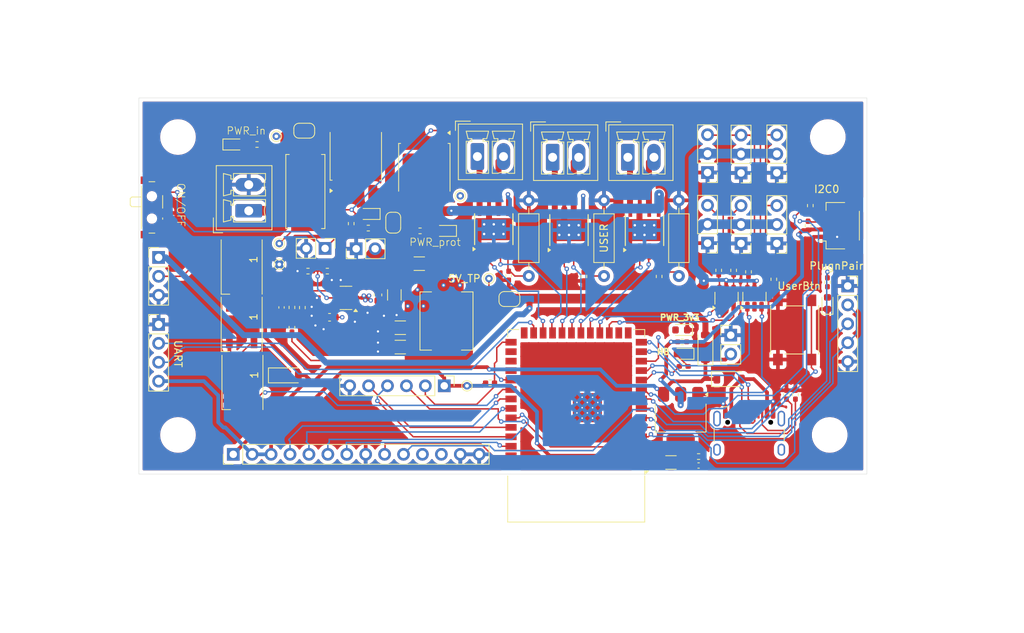
<source format=kicad_pcb>
(kicad_pcb (version 20240108) (generator "pcbnew") (generator_version "8.0")
  (layers (0 "F.Cu" signal) (1 "In1.Cu" signal) (2 "In2.Cu" signal) (31 "B.Cu" signal) (34 "B.Paste" user) (35 "F.Paste" user) (36 "B.SilkS" user "B.Silkscreen") (37 "F.SilkS" user "F.Silkscreen") (38 "B.Mask" user) (39 "F.Mask" user) (44 "Edge.Cuts" user))
  (net 0 "")
  (net 1 "GND")
  (net 2 "+3V3")
  (net 3 "Net-(J15-Pin_2)")
  (net 4 "Net-(U6-BOOT)")
  (net 5 "Net-(U6-SW)")
  (net 6 "+5VP")
  (net 7 "Net-(U6-FB)")
  (net 8 "Net-(C7-Pad1)")
  (net 9 "/EN")
  (net 10 "+5V")
  (net 11 "Net-(D1-K)")
  (net 12 "/USER_WS2812")
  (net 13 "Net-(D2-DOUT)")
  (net 14 "Net-(D12-DIN)")
  (net 15 "Net-(D4-A)")
  (net 16 "Net-(D5-A)")
  (net 17 "Net-(D6-K)")
  (net 18 "Net-(D6-A)")
  (net 19 "Net-(D7-A)")
  (net 20 "Net-(D10-A)")
  (net 21 "Net-(D11-A)")
  (net 22 "Net-(D12-DOUT)")
  (net 23 "Net-(JP4-A)")
  (net 24 "Net-(J1-Pin_1)")
  (net 25 "Net-(J2-Pin_3)")
  (net 26 "Net-(J4-Pin_3)")
  (net 27 "Net-(J6-Pin_3)")
  (net 28 "Net-(J7-Pin_3)")
  (net 29 "/UART0_RXD")
  (net 30 "/UART0_TXD")
  (net 31 "/I2C0_SDA")
  (net 32 "/I2C0_SCL")
  (net 33 "Net-(J11-Pin_2)")
  (net 34 "Net-(J11-Pin_1)")
  (net 35 "Net-(J12-Pin_2)")
  (net 36 "Net-(J12-Pin_1)")
  (net 37 "Net-(J13-Pin_2)")
  (net 38 "Net-(J13-Pin_1)")
  (net 39 "Net-(J14-Pin_1)")
  (net 40 "VBAT")
  (net 41 "/BOOT")
  (net 42 "/TX_D")
  (net 43 "/RX_D")
  (net 44 "/USER_BUTTON")
  (net 47 "/UART1_RXD")
  (net 48 "/UART1_TXD")
  (net 49 "Net-(JP1-A)")
  (net 50 "Net-(JP4-B)")
  (net 51 "Net-(U2-ILIM)")
  (net 52 "Net-(U4-ILIM)")
  (net 53 "Net-(U3-ILIM)")
  (net 54 "/PAIR_LED")
  (net 55 "Net-(U6-EN)")
  (net 56 "/HB_LED")
  (net 57 "Net-(U1-1Y)")
  (net 58 "Net-(U1-2Y)")
  (net 59 "Net-(U8-1Y)")
  (net 60 "/Servo_Sig_2")
  (net 61 "/Servo_Sig_1")
  (net 62 "/Mot3_B")
  (net 63 "/Mot3_A")
  (net 64 "/Mot2_A")
  (net 65 "/Mot2_B")
  (net 66 "/Mot1_B")
  (net 67 "/Mot1_A")
  (net 68 "/Servo_Sig_4")
  (net 70 "/Servo_Sig_3")
  (net 71 "/USB_D+")
  (net 75 "/USB_D-")
  (net 79 "Net-(J9-CC2)")
  (net 80 "Net-(U8-2Y)")
  (net 84 "Net-(J9-CC1)")
  (net 87 "/BKT_IO40")
  (net 88 "/BKT_IO1")
  (net 89 "/BKT_IO2")
  (net 90 "/BKT_IO41")
  (net 91 "/BKT_IO42")
  (net 92 "VBUS")
  (footprint "Diode_SMD:D_SOD-123" (layer "F.Cu") (at 110.4 53.4)
    (property "Reference" "D9" (hide yes))
    (property "Value" "D_Schottky")
  )
  (footprint "Connector_PinHeader_2.54mm:PinHeader_1x03_P2.54mm_Vertical" (layer "F.Cu") (at 116.8 35.18 180)
    (property "Reference" "J7" (hide yes))
    (property "Value" "Servo4")
  )
  (footprint "Resistor_SMD:R_0402_1005Metric_Pad0.72x0.64mm_HandSolder" (layer "F.Cu") (at 116.4 40 90)
    (property "Reference" "R26" (hide yes))
    (property "Value" "100")
  )
  (footprint "Capacitor_SMD:C_0603_1608Metric" (layer "F.Cu") (at 63.25 42.1 -90)
    (property "Reference" "C3" (hide yes))
    (property "Value" "0.1u")
  )
  (footprint "Jumper:SolderJumper-2_P1.3mm_Open_RoundedPad1.0x1.5mm" (layer "F.Cu") (at 80.9 42.65)
    (property "Reference" "JP1" (hide yes))
    (property "Value" "PSU_out")
  )
  (footprint "MountingHole:MountingHole_4.3mm_M4" (layer "F.Cu") (at 36.4 20.9)
    (property "Reference" "H1" (hide yes))
    (property "Value" "MountingHole")
  )
  (footprint "Resistor_SMD:R_0402_1005Metric_Pad0.72x0.64mm_HandSolder" (layer "F.Cu") (at 109 38.8 90)
    (property "Reference" "R23" (hide yes))
    (property "Value" "100")
  )
  (footprint "LED_SMD:LED_WS2812B_PLCC4_5.0x5.0mm_P3.2mm" (layer "F.Cu") (at 44.95 46.05 -90)
    (property "Reference" "D3" (hide yes))
    (property "Value" "WS2812B")
  )
  (footprint "Connector_JST:JST_SH_SM04B-SRSS-TB_1x04-1MP_P1.00mm_Horizontal" (layer "F.Cu") (at 125.2 32.805 90)
    (property "Reference" "J10" (hide yes))
    (property "Value" "PiicoDev")
  )
  (footprint "Connector_Phoenix_MC:PhoenixContact_MCV_1,5_2-G-3.5_1x02_P3.50mm_Vertical" (layer "F.Cu") (at 45.9 30.8 90)
    (property "Reference" "J1" (hide yes))
    (property "Value" "Main Power In")
  )
  (footprint "Package_TO_SOT_SMD:SOT-23-6" (layer "F.Cu") (at 58.95 42.5 180)
    (property "Reference" "U6" (hide yes))
    (property "Value" "TPS54302")
  )
  (footprint "Resistor_SMD:R_0402_1005Metric_Pad0.72x0.64mm_HandSolder" (layer "F.Cu") (at 111 38.8 90)
    (property "Reference" "R24" (hide yes))
    (property "Value" "100")
  )
  (footprint "LED_SMD:LED_0603_1608Metric" (layer "F.Cu") (at 43.9125 21.9)
    (property "Reference" "D10" (hide yes))
    (property "Value" "RED_LED")
  )
  (footprint "Capacitor_SMD:C_0402_1005Metric" (layer "F.Cu") (at 50.3 43.78 90)
    (property "Reference" "C7" (hide yes))
    (property "Value" "75p")
  )
  (footprint "Resistor_SMD:R_0402_1005Metric_Pad0.72x0.64mm_HandSolder" (layer "F.Cu") (at 51.7 46.48 90)
    (property "Reference" "R17" (hide yes))
    (property "Value" "49.9")
  )
  (footprint "LED_SMD:LED_0603_1608Metric" (layer "F.Cu") (at 123.6 43.215 90)
    (property "Reference" "D5" (hide yes))
    (property "Value" "ORANGE_LED")
  )
  (footprint "Resistor_THT:R_Axial_DIN0207_L6.3mm_D2.5mm_P10.16mm_Horizontal" (layer "F.Cu") (at 83.5 39.56 90)
    (property "Reference" "R8" (hide yes))
    (property "Value" "USER")
  )
  (footprint "Resistor_SMD:R_0402_1005Metric_Pad0.72x0.64mm_HandSolder" (layer "F.Cu") (at 121 32.8025 90)
    (property "Reference" "R2" (hide yes))
    (property "Value" "4k7")
  )
  (footprint "Package_SO:Texas_HTSOP-8-1EP_3.9x4.9mm_P1.27mm_EP2.95x4.9mm_Mask2.4x3.1mm_ThermalVias" (layer "F.Cu") (at 78.8 33.27 90)
    (property "Reference" "U4" (hide yes))
    (property "Value" "DRV8871DDA")
  )
  (footprint "LED_SMD:LED_WS2812B_PLCC4_5.0x5.0mm_P3.2mm" (layer "F.Cu") (at 44.95 38.35 -90)
    (property "Reference" "D12" (hide yes))
    (property "Value" "WS2812B")
  )
  (footprint "Package_SO:Texas_HTSOP-8-1EP_3.9x4.9mm_P1.27mm_EP2.95x4.9mm_Mask2.4x3.1mm_ThermalVias" (layer "F.Cu") (at 88.895 33.395 90)
    (property "Reference" "U3" (hide yes))
    (property "Value" "DRV8871DDA")
  )
  (footprint "Resistor_SMD:R_0402_1005Metric_Pad0.72x0.64mm_HandSolder" (layer "F.Cu") (at 90.9 39.62 -90)
    (property "Reference" "R9" (hide yes))
    (property "Value" "30k")
  )
  (footprint "LED_SMD:LED_0603_1608Metric" (layer "F.Cu") (at 62.055 31.225 180)
    (property "Reference" "D6" (hide yes))
    (property "Value" "12V")
  )
  (footprint "Package_TO_SOT_SMD:TO-252-2" (layer "F.Cu") (at 60.275 23.385 90)
    (property "Reference" "Q3" (hide yes))
    (property "Value" "Q_PMOS_GDS")
  )
  (footprint "Package_TO_SOT_SMD:SOT-223-3_TabPin2" (layer "F.Cu") (at 103.89 58.6 -90)
    (property "Reference" "U5" (hide yes))
    (property "Value" "AMS1117-3.3")
  )
  (footprint "Capacitor_SMD:C_1206_3216Metric" (layer "F.Cu") (at 102.59 64.6)
    (property "Reference" "C1" (hide yes))
    (property "Value" "22u")
  )
  (footprint "Connector_PinHeader_2.54mm:PinHeader_1x03_P2.54mm_Vertical" (layer "F.Cu") (at 33.8 37.06)
    (property "Reference" "J17" (hide yes))
    (property "Value" "WS2812_Out")
  )
  (footprint "Connector_PinHeader_2.54mm:PinHeader_1x04_P2.54mm_Vertical" (layer "F.Cu") (at 33.8 46.06)
    (property "Reference" "J20" (hide yes))
    (property "Value" "UART_Conn")
  )
  (footprint "Connector_PinSocket_2.54mm:PinSocket_1x05_P2.54mm_Vertical" (layer "F.Cu") (at 126.32 40.8975)
    (property "Reference" "J8" (hide yes))
    (property "Value" "Plug and pair")
  )
  (footprint "Diode_SMD:D_SOD-123" (layer "F.Cu") (at 107.215 49.13 90)
    (property "Reference" "D8" (hide yes))
    (property "Value" "D_Schottky")
  )
  (footprint "Button_Switch_SMD:SW_Push_1P1T_NO_6x6mm_H9.5mm" (layer "F.Cu") (at 119.2 46.8 -90)
    (property "Reference" "SW2" (hide yes))
    (property "Value" "User_Button")
  )
  (footprint "Capacitor_SMD:C_0603_1608Metric" (layer "F.Cu") (at 56.75 45.1)
    (property "Reference" "C4" (hide yes))
    (property "Value" "0.1u")
  )
  (footprint "Resistor_SMD:R_0402_1005Metric_Pad0.72x0.64mm_HandSolder" (layer "F.Cu") (at 106.3 63.8 180)
    (property "Reference" "R20" (hide yes))
    (property "Value" "10k")
  )
  (footprint "Connector_PinHeader_2.54mm:PinHeader_1x03_P2.54mm_Vertical" (layer "F.Cu") (at 107.5 25.67 180)
    (property "Reference" "J5" (hide yes))
    (property "Value" "Servo2")
  )
  (footprint "Jumper:SolderJumper-2_P1.3mm_Open_RoundedPad1.0x1.5mm" (layer "F.Cu") (at 53.35 20.05)
    (property "Reference" "JP4" (hide yes))
    (property "Value" "Rev_Volt_in")
  )
  (footprint "Resistor_SMD:R_0402_1005Metric_Pad0.72x0.64mm_HandSolder" (layer "F.Cu") (at 104.3 51.7)
    (property "Reference" "R22" (hide yes))
    (property "Value" "10k")
  )
  (footprint "Resistor_SMD:R_0402_1005Metric_Pad0.72x0.64mm_HandSolder" (layer "F.Cu") (at 118.1 55.4975 -90)
    (property "Reference" "R27" (hide yes))
    (property "Value" "5.1k")
  )
  (footprint "Resistor_SMD:R_0402_1005Metric_Pad0.72x0.64mm_HandSolder" (layer "F.Cu") (at 53.8525 38.9 180)
    (property "Reference" "R16" (hide yes))
    (property "Value" "105k")
  )
  (footprint "Resistor_SMD:R_0402_1005Metric_Pad0.72x0.64mm_HandSolder" (layer "F.Cu") (at 68.9025 33.5)
    (property "Reference" "R5" (hide yes))
    (property "Value" "20k")
  )
  (footprint "Resistor_THT:R_Axial_DIN0207_L6.3mm_D2.5mm_P10.16mm_Horizontal" (layer "F.Cu") (at 93.6 39.56 90)
    (property "Reference" "R10" (hide yes))
    (property "Value" "USER")
  )
  (footprint "Resistor_SMD:R_0402_1005Metric_Pad0.72x0.64mm_HandSolder" (layer "F.Cu") (at 61.9525 33.125 180)
    (property "Reference" "R11" (hide yes))
    (property "Value" "100k")
  )
  (footprint "Connector_PinHeader_2.54mm:PinHeader_1x03_P2.54mm_Vertical" (layer "F.Cu") (at 107.5 35.145 180)
    (property "Reference" "J3" (hide yes))
    (property "Value" "Servo1")
  )
  (footprint "Resistor_SMD:R_0402_1005Metric_Pad0.72x0.64mm_HandSolder" (layer "F.Cu") (at 101 39.6175 -90)
    (property "Reference" "R3" (hide yes))
    (property "Value" "30k")
  )
  (footprint "MountingHole:MountingHole_4.3mm_M4" (layer "F.Cu") (at 123.9 60.9)
    (property "Reference" "H4" (hide yes))
    (property "Value" "MountingHole")
  )
  (footprint "MountingHole:MountingHole_4.3mm_M4" (layer "F.Cu") (at 123.65 20.9)
    (property "Reference" "H2" (hide yes))
    (property "Value" "MountingHole")
  )
  (footprint "Resistor_SMD:R_0402_1005Metric_Pad0.72x0.64mm_HandSolder" (layer "F.Cu") (at 56.4525 38.9 180)
    (property "Reference" "R15" (hide yes))
    (property "Value" "511k")
  )
  (footprint "Resistor_SMD:R_0402_1005Metric_Pad0.72x0.64mm_HandSolder" (layer "F.Cu") (at 59.655 32.525 -90)
    (property "Reference" "R12" (hide yes))
    (property "Value" "100k")
  )
  (footprint "TestPoint:TestPoint_THTPad_D1.0mm_Drill0.5mm" (layer "F.Cu") (at 75.2 54.3 180)
    (property "Reference" "TP4" (hide yes))
    (property "Value" "3.3V_TP")
  )
  (footprint "Capacitor_SMD:C_0402_1005Metric" (layer "F.Cu") (at 106.3 65)
    (property "Reference" "C8" (hide yes))
    (property "Value" "1u")
  )
  (footprint "Connector_Phoenix_MC:PhoenixContact_MCV_1,5_2-G-3.5_1x02_P3.50mm_Vertical" (layer "F.Cu") (at 96.8 23.62)
    (property "Reference" "J13" (hide yes))
    (property "Value" "Mot3")
  )
  (footprint "TestPoint:TestPoint_THTPad_D1.0mm_Drill0.5mm" (layer "F.Cu") (at 50 35.2)
    (property "Reference" "TP1" (hide yes))
    (property "Value" "Vraw_TP")
  )
  (footprint "Resistor_SMD:R_0402_1005Metric_Pad0.72x0.64mm_HandSolder" (layer "F.Cu") (at 104.0975 48.4)
    (property "Reference" "R21" (hide yes))
    (property "Value" "10k")
  )
  (footprint "Button_Switch_SMD:SW_SPDT_PCM12" (layer "F.Cu") (at 33.22 30.35 -90)
    (property "Reference" "SW1" (hide yes))
    (property "Value" "Onboard_PWR_Sw")
  )
  (footprint "RF_Module:ESP32-S3-WROOM-1" (layer "F.Cu") (at 89.865 59.7 180)
    (property "Reference" "U7" (hide yes))
    (property "Value" "ESP32-S3-WROOM-1")
  )
  (footprint "Connector_PinHeader_2.54mm:PinHeader_1x02_P2.54mm_Vertical" (layer "F.Cu") (at 60.325 35.9 90)
    (property "Reference" "J15" (hide yes))
    (property "Value" "PSU_in" (hide yes))
  )
  (footprint "Connector_PinHeader_2.54mm:PinHeader_1x03_P2.54mm_Vertical" (layer "F.Cu") (at 112 35.185 180)
    (property "Reference" "J2" (hide yes))
    (property "Value" "Servo1")
  )
  (footprint "Capacitor_SMD:C_1206_3216Metric" (layer "F.Cu") (at 66.25 49.1 180)
    (property "Reference" "C5" (hide yes))
    (property "Value" "22u")
  )
  (footprint "Connector_Phoenix_MC:PhoenixContact_MCV_1,5_2-G-3.5_1x02_P3.50mm_Vertical" (layer "F.Cu") (at 76.6 23.52)
    (property "Reference" "J11" (hide yes))
    (property "Value" "MotA")
  )
  (footprint "Package_SO:Texas_HTSOP-8-1EP_3.9x4.9mm_P1.27mm_EP2.95x4.9mm_Mask2.4x3.1mm_ThermalVias" (layer "F.Cu") (at 99.035 33.395 90)
    (property "Reference" "U2" (hide yes))
    (property "Value" "DRV8871DDA")
  )
  (footprint "Resistor_SMD:R_0402_1005Metric_Pad0.72x0.64mm_HandSolder" (layer "F.Cu") (at 123.6 40.4 -90)
    (property "Reference" "R13" (hide yes))
    (property "Value" "R")
  )
  (footprint "TestPoint:TestPoint_THTPad_D1.0mm_Drill0.5mm" (layer "F.Cu") (at 50 38)
    (property "Reference" "TP2" (hide yes))
    (property "Value" "GND_TP")
  )
  (footprint "Connector_PinHeader_2.54mm:PinHeader_1x06_P2.54mm_Vertical" (layer "F.Cu") (at 72.15 54.3 -90)
    (property "Reference" "J18" (hide yes))
    (property "Value" "Prog_Header")
  )
  (footprint "Resistor_SMD:R_0402_1005Metric_Pad0.72x0.64mm_HandSolder" (layer "F.Cu") (at 121.3 30.1075 -90)
    (property "Reference" "R1" (hide yes))
    (property "Value" "4k7")
  )
  (footprint "TestPoint:TestPoint_THTPad_D1.0mm_Drill0.5mm" (layer "F.Cu") (at 74.3 28.8)
    (property "Reference" "TP3" (hide yes))
    (property "Value" "Vbatt_TP")
  )
  (footprint "Resistor_SMD:R_0402_1005Metric_Pad0.72x0.64mm_HandSolder" (layer "F.Cu") (at 53.1 43.8 -90)
    (property "Reference" "R19" (hide yes))
    (property "Value" "13.3k")
  )
  (footprint "Connector_USB:USB_C_Receptacle_HCTL_HC-TYPE-C-16P-01A" (layer "F.Cu") (at 113.09125 61.805)
    (property "Reference" "J9" (hide yes))
    (property "Value" "USB_C_Receptacle_USB2.0_16P")
  )
  (footprint "Capacitor_SMD:C_1206_3216Metric" (layer "F.Cu") (at 66.25 46.5 180)
    (property "Reference" "C6" (hide yes))
    (property "Value" "22u")
  )
  (footprint "Package_TO_SOT_SMD:SOT-23-6" (layer "F.Cu") (at 110.05 42.5375 90)
    (property "Reference" "U1" (hide yes))
    (property "Value" "74LVC2G34GW")
  )
  (footprint "LED_SMD:LED_WS2812B_PLCC4_5.0x5.0mm_P3.2mm" (layer "F.Cu") (at 45.05 53.85 -90)
    (property "Reference" "D2" (hide yes))
    (property "Value" "WS2812B")
  )
  (footprint "Fuse:Fuseholder_Littelfuse_Nano2_154x" (layer "F.Cu") (at 53.5 28.215 90)
    (property "Reference" "F2" (hide yes))
    (property "Value" "Main_Fuse")
  )
  (footprint "Connector_PinHeader_2.54mm:PinHeader_1x02_P2.54mm_Vertical" (layer "F.Cu") (at 56.15 35.85 -90)
    (property "Reference" "J14" (hide yes))
    (property "Value" "Ext_PWR_Sw")
  )
  (footprint "Diode_SMD:D_SOD-123" (layer "F.Cu") (at 50.9 52.9)
    (property "Reference" "D1" (hide yes))
    (property "Value" "D_Schottky")
  )
  (footprint "Capacitor_SMD:C_1206_3216Metric" (layer "F.Cu") (at 65.45 42.1 -90)
    (property "Reference" "C2" (hide yes))
    (property "Value" "10u")
  )
  (footprint "Jumper:SolderJumper-2_P1.3mm_Open_RoundedPad1.0x1.5mm" (layer "F.Cu") (at 65.3 32.4 -90)
    (property "Reference" "JP2" (hide yes))
    (property "Value" "PSU_in")
  )
  (footprint "Resistor_SMD:R_0402_1005Metric_Pad0.72x0.64mm_HandSolder" (layer "F.Cu") (at 78.3 53.9)
    (property "Reference" "R14" (hide yes))
    (property "Value" "10k")
  )
  (footprint "TestPoint:TestPoint_THTPad_D1.0mm_Drill0.5mm" (layer "F.Cu") (at 78.15 39.9 180)
    (property "Reference" "TP5" (hide yes))
    (property "Value" "5V_TP")
  )
  (footprint "Connector_PinHeader_2.54mm:PinHeader_1x14_P2.54mm_Vertical" (layer "F.Cu") (at 43.82 63.5 90)
    (property "Reference" "J19" (hide yes))
    (property "Value" "Breakout_Header")
  )
  (footprint "Resistor_THT:R_Axial_DIN0207_L6.3mm_D2.5mm_P10.16mm_Horizontal" (layer "F.Cu") (at 103.65 39.56 90)
    (property "Reference" "R4" (hide yes))
    (property "Value" "USER")
  )
  (footprint "Connector_PinHeader_2.54mm:PinHeader_1x03_P2.54mm_Vertical" (layer "F.Cu") (at 112 25.725 180)
    (property "Reference" "J4" (hide yes))
    (property "Value" "Servo2")
  )
  (footprint "Resistor_SMD:R_0402_1005Metric_Pad0.72x0.64mm_HandSolder" (layer "F.Cu") (at 51.7 43.78 90)
    (property "Reference" "R18" (hide yes))
    (property "Value" "100k")
  )
  (footprint "LED_SMD:LED_0603_1608Metric" (layer "F.Cu") (at 104.1875 50 180)
    (property "Reference" "D11" (hide yes))
    (property "Value" "ORANGE_LED")
  )
  (footprint "LED_SMD:LED_0603_1608Metric" (layer "F.Cu") (at 103.9875 46.8 180)
    (property "Reference" "D7" (hide yes))
    (property "Value" "RED_LED")
  )
  (footprint "LED_SMD:LED_0603_1608Metric" (layer "F.Cu") (at 72.3 33.5 180)
    (property "Reference" "D4" (hide yes))
    (property "Value" "RED_LED")
  )
  (footprint "Capacitor_SMD:C_1206_3216Metric" (layer "F.Cu") (at 68.8 37.9)
    (property "Reference" "C9" (hide yes))
    (property "Value" "10u")
  )
  (footprint "Resistor_SMD:R_0402_1005Metric_Pad0.72x0.64mm_HandSolder" (layer "F.Cu") (at 47.01 21.9 180)
    (property "Reference" "R6" (hide yes))
    (property "Value" "20k")
  )
  (footprint "Resistor_SMD:R_0402_1005Metric_Pad0.72x0.64mm_HandSolder" (layer "F.Cu") (at 113 39 90)
    (property "Reference" "R25" (hide yes))
    (property "Value" "100")
  )
  (footprint "Resistor_SMD:R_0402_1005Metric_Pad0.72x0.64mm_HandSolder" (layer "F.Cu") (at 119.3 55.4975 -90)
    (property "Reference" "R28" (hide yes))
    (property "Value" "5.1k")
  )
  (footprint "Connector_PinHeader_2.54mm:PinHeader_1x02_P2.54mm_Vertical" (layer "F.Cu") (at 110.615 47.505)
    (property "Reference" "J16" (hide yes))
    (property "Value" "PSU_out")
  )
  (footprint "Resistor_SMD:R_0402_1005Metric_Pad0.72x0.64mm_HandSolder" (layer "F.Cu") (at 80.8 39.5175 -90)
    (property "Reference" "R7" (hide yes))
    (property "Value" "30k")
  )
  (footprint "Package_TO_SOT_SMD:SOT-23-6" (layer "F.Cu") (at 113.8 42.5375 90)
    (property "Reference" "U8" (hide yes))
    (property "Value" "74LVC2G34GW")
  )
  (footprint "Connector_Phoenix_MC:PhoenixContact_MCV_1,5_2-G-3.5_1x02_P3.50mm_Vertical" (layer "F.Cu") (at 86.7 23.62)
    (property "Reference" "J12" (hide yes))
    (property "Value" "MotB")
  )
  (footprint "Package_TO_SOT_SMD:TO-252-2" (layer "F.Cu") (at 69.475 25.065 -90)
    (property "Reference" "Q4" (hide yes))
    (property "Value" "Q_PMOS_GDS")
  )
  (footprint "Inductor_SMD:L_Chilisin_BMRB00060612" (layer "F.Cu") (at 72.45 45.6 -90)
    (property "Reference" "L1" (hide yes))
    (property "Value" "10uL")
  )
  (footprint "MountingHole:MountingHole_4.3mm_M4" (layer "F.Cu") (at 36.4 60.9)
    (property "Reference" "H3" (hide yes))
    (property "Value" "MountingHole")
  )
  (footprint "TestPoint:TestPoint_THTPad_D1.0mm_Drill0.5mm" (layer "F.Cu") (at 49.6 20.8)
    (property "Reference" "TP6" (hide yes))
    (property "Value" "Vf_TP")
  )
  (footprint "Connector_PinHeader_2.54mm:PinHeader_1x03_P2.54mm_Vertical" (layer "F.Cu") (at 116.8 25.7 180)
    (property "Reference" "J6" (hide yes))
    (property "Value" "Servo3")
  )
  (gr_rect (start 31.15 15.65) (end 128.9 66.15) (stroke (width 0.05)) (fill none) (layer "Edge.Cuts"))
  (gr_text "PWR_prot" (at 67.4 35.6 0) (layer "F.SilkS") (effects (font (size 1 1) (thickness 0.1)) (justify left bottom)))
  (gr_text "UserBtn" (at 119.8 40.9 0) (layer "F.SilkS") (effects (font (size 1 1))))
  (gr_text "PWR_3v3" (at 101 45.6 0) (layer "F.SilkS") (effects (font (size 0.8 0.8) (thickness 0.2) (bold yes)) (justify left bottom)))
  (gr_text "UART" (at 36.4 50 -90) (layer "F.SilkS") (effects (font (size 1 1))))
  (gr_text "PlugnPair" (at 124.8 38.2 0) (layer "F.SilkS") (effects (font (size 1 1))))
  (gr_text "I2C0" (at 123.5 27.9 0) (layer "F.SilkS") (effects (font (size 1 1))))
  (gr_text "ON/OFF" (at 36.2 27 -90) (layer "F.SilkS") (effects (font (size 1 1) (thickness 0.1)) (justify left bottom)))
  (gr_text "HB" (at 100.6 50.2 0) (layer "F.SilkS") (effects (font (size 0.8 0.8) (thickness 0.2) (bold yes)) (justify left bottom)))
  (gr_text "PWR_in" (at 42.85 20.65 0) (layer "F.SilkS") (effects (font (size 1 1) (thickness 0.1)) (justify left bottom)))
  (segment (start 116.3 56.4) (end 116.29125 56.40875) (width 0.5) (layer "F.Cu") (net 1))
  (segment (start 98.36 32.76) (end 98.995 33.395) (width 0.8) (layer "F.Cu") (net 1))
  (segment (start 88.26 32.76) (end 88.895 33.395) (width 0.8) (layer "F.Cu") (net 1))
  (segment (start 98.36 30.52) (end 98.36 32.76) (width 0.8) (layer "F.Cu") (net 1))
  (segment (start 109.89125 58.06) (end 109.89125 56.99) (width 0.5) (layer "F.Cu") (net 1))
  (segment (start 53.1 46.4) (end 54.3 47.6) (width 0.2) (layer "F.Cu") (net 1))
  (segment (start 78.16 30.42) (end 78.16 32.66) (width 0.8) (layer "F.Cu") (net 1))
  (segment (start 110.05 43.675) (end 110.05 44.337499) (width 0.5) (layer "F.Cu") (net 1))
  (segment (start 53.255 38.9) (end 52.45 38.9) (width 0.2) (layer "F.Cu") (net 1))
  (segment (start 88.26 30.52) (end 88.26 32.76) (width 0.8) (layer "F.Cu") (net 1))
  (segment (start 78.16 32.66) (end 78.795 33.295) (width 0.8) (layer "F.Cu") (net 1))
  (segment (start 110.05 44.337499) (end 109.487499 44.9) (width 0.5) (layer "F.Cu") (net 1))
  (segment (start 109.89125 56.99) (end 109.60125 56.7) (width 0.5) (layer "F.Cu") (net 1))
  (segment (start 53.1 44.3975) (end 53.1 46.4) (width 0.2) (layer "F.Cu") (net 1))
  (segment (start 116.29125 56.40875) (end 116.29125 58.06) (width 0.5) (layer "F.Cu") (net 1))
  (segment (start 124.9 34.305) (end 123.2 34.305) (width 0.5) (layer "F.Cu") (net 1))
  (segment (start 109.487499 44.9) (end 109.1 44.9) (width 0.5) (layer "F.Cu") (net 1))
  (segment (start 54.3 47.6) (end 61.55 47.6) (width 0.2) (layer "F.Cu") (net 1))
  (via (at 54.85 46.2) (size 0.6) (drill 0.3) (layers "F.Cu" "B.Cu") (net 1))
  (via (at 64.05 44.9) (size 0.6) (drill 0.3) (layers "F.Cu" "B.Cu") (net 1))
  (via (at 116.3 56.4) (size 0.6) (drill 0.3) (layers "F.Cu" "B.Cu") (net 1))
  (via (at 109.1 44.9) (size 0.6) (drill 0.3) (layers "F.Cu" "B.Cu") (net 1))
  (via (at 54.35 44.9) (size 0.6) (drill 0.3) (layers "F.Cu" "B.Cu") (net 1))
  (via (at 60.15 45.7) (size 0.6) (drill 0.3) (layers "F.Cu" "B.Cu") (net 1))
  (via (at 63.25 49.7) (size 0.6) (drill 0.3) (layers "F.Cu" "B.Cu") (net 1))
  (via (at 55.05 42.5) (size 0.6) (drill 0.3) (layers "F.Cu" "B.Cu") (net 1))
  (via (at 57.05 40.1) (size 0.6) (drill 0.3) (layers "F.Cu" "B.Cu") (net 1))
  (via (at 61.85 44.5) (size 0.6) (drill 0.3) (layers "F.Cu" "B.Cu") (net 1))
  (via (at 109.60125 56.7) (size 0.6) (drill 0.3) (layers "F.Cu" "B.Cu") (net 1))
  (via (at 52.45 38.9) (size 0.6) (drill 0.3) (layers "F.Cu" "B.Cu") (net 1))
  (via (at 65.75 44.8) (size 0.6) (drill 0.3) (layers "F.Cu" "B.Cu") (net 1))
  (via (at 63.25 48.5) (size 0.6) (drill 0.3) (layers "F.Cu" "B.Cu") (net 1))
  (via (at 58.25 40.1) (size 0.6) (drill 0.3) (layers "F.Cu" "B.Cu") (net 1))
  (via (at 55.95 46.7) (size 0.6) (drill 0.3) (layers "F.Cu" "B.Cu") (net 1))
  (via (at 63.25 47) (size 0.6) (drill 0.3) (layers "F.Cu" "B.Cu") (net 1))
  (via (at 124.9 34.305) (size 0.6) (drill 0.3) (layers "F.Cu" "B.Cu") (net 1))
  (via (at 54.35 43.7) (size 0.6) (drill 0.3) (layers "F.Cu" "B.Cu") (net 1))
  (segment (start 58.3 52.5) (end 48.9 61.9) (width 0.5) (layer "F.Cu") (net 2))
  (segment (start 123.2 33.305) (end 121.395 33.305) (width 0.5) (layer "F.Cu") (net 2))
  (segment (start 75.2 54.3) (end 77.3025 54.3) (width 0.5) (layer "F.Cu") (net 2))
  (segment (start 77.3025 54.3) (end 77.7025 53.9) (width 0.5) (layer "F.Cu") (net 2))
  (segment (start 103.5 48.4) (end 102.6 48.4) (width 0.5) (layer "F.Cu") (net 2))
  (segment (start 86.29 63.69) (end 98.615 63.69) (width 0.5) (layer "F.Cu") (net 2))
  (segment (start 124.105 29.51) (end 125.3 30.705) (width 0.2) (layer "F.Cu") (net 2))
  (segment (start 101.95 52.75) (end 101.2 53.5) (width 0.5) (layer "F.Cu") (net 2))
  (segment (start 124.7 33.305) (end 123.2 33.305) (width 0.2) (layer "F.Cu") (net 2))
  (segment (start 72.15 54.3) (end 72.15 53.25) (width 0.5) (layer "F.Cu") (net 2))
  (segment (start 71.4 52.5) (end 58.3 52.5) (width 0.5) (layer "F.Cu") (net 2))
  (segment (start 125.3 30.705) (end 125.3 32.705) (width 0.2) (layer "F.Cu") (net 2))
  (segment (start 48.9 61.9) (end 48.9 63.5) (width 0.5) (layer "F.Cu") (net 2))
  (segment (start 101.95 49.05) (end 101.95 52.75) (width 0.5) (layer "F.Cu") (net 2))
  (segment (start 121.3 29.51) (end 124.105 29.51) (width 0.2) (layer "F.Cu") (net 2))
  (segment (start 103.89 56.9) (end 103.89 55.45) (width 0.8) (layer "F.Cu") (net 2))
  (segment (start 119.7 34) (end 120.305 33.395) (width 0.5) (layer "F.Cu") (net 2))
  (segment (start 84.6 62) (end 86.29 63.69) (width 0.5) (layer "F.Cu") (net 2))
  (segment (start 72.15 53.25) (end 71.4 52.5) (width 0.5) (layer "F.Cu") (net 2))
  (segment (start 120.305 33.395) (end 121.3 33.395) (width 0.5) (layer "F.Cu") (net 2))
  (segment (start 125.3 32.705) (end 124.7 33.305) (width 0.2) (layer "F.Cu") (net 2))
  (segment (start 102.6 48.4) (end 101.95 49.05) (width 0.5) (layer "F.Cu") (net 2))
  (segment (start 72.15 54.3) (end 75.2 54.3) (width 0.5) (layer "F.Cu") (net 2))
  (segment (start 121.395 33.305) (end 121.3 33.4) (width 0.5) (layer "F.Cu") (net 2))
  (via (at 102.6 48.4) (size 0.6) (drill 0.3) (layers "F.Cu" "B.Cu") (net 2))
  (via (at 119.7 34) (size 0.6) (drill 0.3) (layers "F.Cu" "B.Cu") (net 2))
  (via (at 101.2 53.5) (size 0.6) (drill 0.3) (layers "F.Cu" "B.Cu") (net 2))
  (via (at 84.6 62) (size 0.6) (drill 0.3) (layers "F.Cu" "B.Cu") (net 2))
  (via (at 103.89 56.9) (size 0.6) (drill 0.3) (layers "F.Cu" "B.Cu") (net 2))
  (segment (start 101.2 53.5) (end 103.1 55.4) (width 0.5) (layer "B.Cu") (net 2))
  (segment (start 75.2 54.3) (end 81.1 54.3) (width 0.5) (layer "B.Cu") (net 2))
  (segment (start 103.89 55.4) (end 103.89 56.9) (width 0.8) (layer "B.Cu") (net 2))
  (segment (start 107 48.4) (end 111.7 43.7) (width 0.5) (layer "B.Cu") (net 2))
  (segment (start 84.6 57.8) (end 84.6 62) (width 0.5) (layer "B.Cu") (net 2))
  (segment (start 41.8 59.2) (end 42.5 59.9) (width 0.5) (layer "B.Cu") (net 2))
  (segment (start 39.88 53.68) (end 41.8 55.6) (width 0.5) (layer "B.Cu") (net 2))
  (segment (start 103.1 55.4) (end 103.89 55.4) (width 0.5) (layer "B.Cu") (net 2))
  (segment (start 120.2 34.5) (end 119.7 34) (width 0.5) (layer "B.Cu") (net 2))
  (segment (start 41.8 55.6) (end 41.8 59.2) (width 0.5) (layer "B.Cu") (net 2))
  (segment (start 33.8 53.68) (end 39.88 53.68) (width 0.5) (layer "B.Cu") (net 2))
  (segment (start 120.2 39.6) (end 120.2 34.5) (width 0.5) (layer "B.Cu") (net 2))
  (segment (start 116.1 43.7) (end 120.2 39.6) (width 0.5) (layer "B.Cu") (net 2))
  (segment (start 42.76 59.9) (end 46.36 63.5) (width 0.5) (layer "B.Cu") (net 2))
  (segment (start 48.9 63.5) (end 46.36 63.5) (width 0.5) (layer "B.Cu") (net 2))
  (segment (start 42.5 59.9) (end 42.76 59.9) (width 0.5) (layer "B.Cu") (net 2))
  (segment (start 111.7 43.7) (end 116.1 43.7) (width 0.5) (layer "B.Cu") (net 2))
  (segment (start 102.6 48.4) (end 107 48.4) (width 0.5) (layer "B.Cu") (net 2))
  (segment (start 81.1 54.3) (end 84.6 57.8) (width 0.5) (layer "B.Cu") (net 2))
  (segment (start 58.6 38.9) (end 59.35 39.65) (width 0.2) (layer "F.Cu") (net 3))
  (segment (start 57.05 38.9) (end 58.6 38.9) (width 0.2) (layer "F.Cu") (net 3))
  (segment (start 65.3 36.4) (end 65.3 33.110091) (width 1.3) (layer "F.Cu") (net 3))
  (segment (start 62.865 35.9) (end 64.15 37.185) (width 1.3) (layer "F.Cu") (net 3))
  (segment (start 55.15 44.9) (end 55.35 45.1) (width 0.2) (layer "F.Cu") (net 4))
  (segment (start 57.8125 43.45) (end 55.7 43.45) (width 0.2) (layer "F.Cu") (net 4))
  (segment (start 55.15 44) (end 55.15 44.9) (width 0.2) (layer "F.Cu") (net 4))
  (segment (start 55.35 45.1) (end 55.975 45.1) (width 0.2) (layer "F.Cu") (net 4))
  (segment (start 55.7 43.45) (end 55.15 44) (width 0.2) (layer "F.Cu") (net 4))
  (segment (start 58.45 45.1) (end 57.525 45.1) (width 0.2) (layer "F.Cu") (net 5))
  (via (at 74.25 40.8) (size 0.6) (drill 0.3) (layers "F.Cu" "B.Cu") (net 5))
  (via (at 61.55 42.8) (size 0.6) (drill 0.3) (layers "F.Cu" "B.Cu") (net 5))
  (via (at 73.35 40.2) (size 0.6) (drill 0.3) (layers "F.Cu" "B.Cu") (net 5))
  (via (at 62.275 42.838348) (size 0.6) (drill 0.3) (layers "F.Cu" "B.Cu") (net 5))
  (via (at 69.35 43.6) (size 0.6) (drill 0.3) (layers "F.Cu" "B.Cu") (net 5))
  (via (at 67.25 43.6) (size 0.6) (drill 0.3) (layers "F.Cu" "B.Cu") (net 5))
  (via (at 58.45 45.1) (size 0.6) (drill 0.3) (layers "F.Cu" "B.Cu") (net 5))
  (via (at 62.05 42.2) (size 0.6) (drill 0.3) (layers "F.Cu" "B.Cu") (net 5))
  (via (at 68.55 41.4) (size 0.6) (drill 0.3) (layers "F.Cu" "B.Cu") (net 5))
  (via (at 61.35 42.2) (size 0.6) (drill 0.3) (layers "F.Cu" "B.Cu") (net 5))
  (via (at 72.05 40.8) (size 0.6) (drill 0.3) (layers "F.Cu" "B.Cu") (net 5))
  (segment (start 107 40.8) (end 105.2 42.6) (width 1.3) (layer "F.Cu") (net 6))
  (segment (start 83.6 43.9) (end 83.6 42.6) (width 0.8) (layer "F.Cu") (net 6))
  (segment (start 105.2 42.6) (end 83.6 42.6) (width 1.3) (layer "F.Cu") (net 6))
  (segment (start 110 41.35) (end 110.05 41.4) (width 0.5) (layer "F.Cu") (net 6))
  (segment (start 113.8 40.5) (end 114.1 40.2) (width 0.5) (layer "F.Cu") (net 6))
  (segment (start 110 40.1) (end 110 41.35) (width 0.5) (layer "F.Cu") (net 6))
  (segment (start 83.6 42.6) (end 81.7 42.6) (width 1.3) (layer "F.Cu") (net 6))
  (segment (start 107.215 47.48) (end 107.215 45.715) (width 0.8) (layer "F.Cu") (net 6))
  (segment (start 107.215 45.715) (end 105.2 43.7) (width 0.8) (layer "F.Cu") (net 6))
  (segment (start 113.8 41.4) (end 113.8 40.5) (width 0.5) (layer "F.Cu") (net 6))
  (segment (start 107 40.2) (end 107 40.8) (width 1.3) (layer "F.Cu") (net 6))
  (segment (start 105.2 43.7) (end 105.2 42.6) (width 0.8) (layer "F.Cu") (net 6))
  (via (at 110 40.1) (size 0.6) (drill 0.3) (layers "F.Cu" "B.Cu") (net 6))
  (via (at 107 40.2) (size 0.6) (drill 0.3) (layers "F.Cu" "B.Cu") (net 6))
  (via (at 83.6 43.9) (size 0.6) (drill 0.3) (layers "F.Cu" "B.Cu") (net 6))
  (via (at 114.1 40.2) (size 0.6) (drill 0.3) (layers "F.Cu" "B.Cu") (net 6))
  (segment (start 110.1 40.2) (end 110 40.1) (width 0.5) (layer "B.Cu") (net 6))
  (segment (start 52.6 47.5) (end 56.3 51.2) (width 0.8) (layer "B.Cu") (net 6))
  (segment (start 56.3 51.2) (end 75.4 51.2) (width 0.8) (layer "B.Cu") (net 6))
  (segment (start 107.5 23.13) (end 106.27 23.13) (width 1.3) (layer "B.Cu") (net 6))
  (segment (start 82.8 44.7) (end 83.6 43.9) (width 0.8) (layer "B.Cu") (net 6))
  (segment (start 107.1 40.1) (end 107 40.2) (width 0.5) (layer "B.Cu") (net 6))
  (segment (start 107.5 23.13) (end 116.77 23.13) (width 1.3) (layer "B.Cu") (net 6))
  (segment (start 110 40.1) (end 107.1 40.1) (width 0.5) (layer "B.Cu") (net 6))
  (segment (start 75.4 51.2) (end 81.9 44.7) (width 0.8) (layer "B.Cu") (net 6))
  (segment (start 105.6 33.8) (end 106.795 32.605) (width 1.3) (layer "B.Cu") (net 6))
  (segment (start 107 39.8) (end 105.6 38.4) (width 1.3) (layer "B.Cu") (net 6))
  (segment (start 106.795 32.605) (end 107.5 32.605) (width 1.3) (layer "B.Cu") (net 6))
  (segment (start 33.8 37.06) (end 34.76 37.06) (width 0.8) (layer "B.Cu") (net 6))
  (segment (start 116.77 23.13) (end 116.8 23.16) (width 1.3) (layer "B.Cu") (net 6))
  (segment (start 106.27 23.13) (end 105.6 23.8) (width 1.3) (layer "B.Cu") (net 6))
  (segment (start 116.765 32.605) (end 116.8 32.64) (width 1.3) (layer "B.Cu") (net 6))
  (segment (start 107 40.2) (end 107 39.8) (width 1.3) (layer "B.Cu") (net 6))
  (segment (start 114.1 40.2) (end 110.1 40.2) (width 0.5) (layer "B.Cu") (net 6))
  (segment (start 45.2 47.5) (end 52.6 47.5) (width 0.8) (layer "B.Cu") (net 6))
  (segment (start 34.76 37.06) (end 45.2 47.5) (width 0.8) (layer "B.Cu") (net 6))
  (segment (start 107.5 32.605) (end 116.765 32.605) (width 1.3) (layer "B.Cu") (net 6))
  (segment (start 105.6 38.4) (end 105.6 33.8) (width 1.3) (layer "B.Cu") (net 6))
  (segment (start 81.9 44.7) (end 82.8 44.7) (width 0.8) (layer "B.Cu") (net 6))
  (segment (start 105.6 23.8) (end 105.6 33.8) (width 1.3) (layer "B.Cu") (net 6))
  (segment (start 53.1 42.5) (end 53.1 42.3) (width 0.2) (layer "F.Cu") (net 7))
  (segment (start 52.8 42.3) (end 52.9 42.3) (width 0.2) (layer "F.Cu") (net 7))
  (segment (start 53.1 43.2025) (end 53.1 42.5) (width 0.2) (layer "F.Cu") (net 7))
  (segment (start 50.4175 43.1825) (end 50.3 43.3) (width 0.2) (layer "F.Cu") (net 7))
  (segment (start 52.9 42.3) (end 53.1 42.5) (width 0.2) (layer "F.Cu") (net 7))
  (segment (start 53.1 42.3) (end 53.85 41.55) (width 0.2) (layer "F.Cu") (net 7))
  (segment (start 51.7 42.5) (end 51.7 43.1825) (width 0.2) (layer "F.Cu") (net 7))
  (segment (start 53.85 41.55) (end 57.8125 41.55) (width 0.2) (layer "F.Cu") (net 7))
  (segment (start 52.8 42.3) (end 51.9 42.3) (width 0.2) (layer "F.Cu") (net 7))
  (segment (start 51.7 43.1825) (end 50.4175 43.1825) (width 0.2) (layer "F.Cu") (net 7))
  (segment (start 51.9 42.3) (end 51.7 42.5) (width 0.2) (layer "F.Cu") (net 7))
  (segment (start 53.1 42.3) (end 52.8 42.3) (width 0.2) (layer "F.Cu") (net 7))
  (segment (start 51.7 44.3775) (end 50.4175 44.3775) (width 0.2) (layer "F.Cu") (net 8))
  (segment (start 50.4175 44.3775) (end 50.3 44.26) (width 0.2) (layer "F.Cu") (net 8))
  (segment (start 51.7 44.3775) (end 51.7 45.8825) (width 0.2) (layer "F.Cu") (net 8))
  (segment (start 79.4 58.7) (end 79.4 57.4) (width 0.2) (layer "F.Cu") (net 9))
  (segment (start 79.4 57.4) (end 70.17 57.4) (width 0.2) (layer "F.Cu") (net 9))
  (segment (start 98.535 62.5) (end 98.615 62.42) (width 0.2) (layer "F.Cu") (net 9))
  (segment (start 82.8 59.1) (end 83 59.1) (width 0.2) (layer "F.Cu") (net 9))
  (segment (start 70.17 57.4) (end 67.07 54.3) (width 0.2) (layer "F.Cu") (net 9))
  (segment (start 86.4 62.5) (end 98.535 62.5) (width 0.2) (layer "F.Cu") (net 9))
  (segment (start 83 59.1) (end 86.4 62.5) (width 0.2) (layer "F.Cu") (net 9))
  (segment (start 79.8 59.1) (end 79.4 58.7) (width 0.2) (layer "F.Cu") (net 9))
  (via (at 82.8 59.1) (size 0.6) (drill 0.3) (layers "F.Cu" "B.Cu") (net 9))
  (via (at 79.8 59.1) (size 0.6) (drill 0.3) (layers "F.Cu" "B.Cu") (net 9))
  (segment (start 79.8 59.1) (end 82.8 59.1) (width 0.2) (layer "B.Cu") (net 9))
  (segment (start 77.9 51.8) (end 78.2 52.1) (width 0.5) (layer "F.Cu") (net 10))
  (segment (start 102.79 53.7) (end 101.59 54.9) (width 0.5) (layer "F.Cu") (net 10))
  (segment (start 48.1 37.4) (end 46.6 35.9) (width 0.5) (layer "F.Cu") (net 10))
  (segment (start 48.1 43.6) (end 48.1 37.4) (width 0.5) (layer "F.Cu") (net 10))
  (segment (start 100.84 54.7) (end 101.59 55.45) (width 0.5) (layer "F.Cu") (net 10))
  (segment (start 53.5 52.9) (end 52.55 52.9) (width 0.5) (layer "F.Cu") (net 10))
  (segment (start 46.6 43.6) (end 48.1 43.6) (width 0.5) (layer "F.Cu") (net 10))
  (segment (start 106.29 53.7) (end 102.79 53.7) (width 0.5) (layer "F.Cu") (net 10))
  (segment (start 106.7 53.7) (end 106.29 53.7) (width 0.5) (layer "F.Cu") (net 10))
  (segment (start 48.1 47.8) (end 52.55 52.25) (width 0.5) (layer "F.Cu") (net 10))
  (segment (start 109.88 50.78) (end 110.615 50.045) (width 0.5) (layer "F.Cu") (net 10))
  (segment (start 106.7 53.7) (end 107 53.4) (width 0.5) (layer "F.Cu") (net 10))
  (segment (start 48.1 43.6) (end 48.1 47.8) (width 0.5) (layer "F.Cu") (net 10))
  (segment (start 54.5 53.9) (end 56.6 51.8) (width 0.5) (layer "F.Cu") (net 10))
  (segment (start 100.7 54.7) (end 100.84 54.7) (width 0.5) (layer "F.Cu") (net 10))
  (segment (start 106.7 53.7) (end 107.215 53.185) (width 0.5) (layer "F.Cu") (net 10))
  (segment (start 54.5 53.9) (end 53.5 52.9) (width 0.5) (layer "F.Cu") (net 10))
  (segment (start 53.42 53.9) (end 54.5 53.9) (width 0.5) (layer "F.Cu") (net 10))
  (segment (start 107.7 53.4) (end 108.75 53.4) (width 0.5) (layer "F.Cu") (net 10))
  (segment (start 101.59 54.9) (end 101.59 55.45) (width 0.5) (layer "F.Cu") (net 10))
  (segment (start 107.215 52.915) (end 107.7 53.4) (width 0.5) (layer "F.Cu") (net 10))
  (segment (start 107.215 52.9) (end 107.215 52.915) (width 0.5) (layer "F.Cu") (net 10))
  (segment (start 56.6 51.8) (end 77.9 51.8) (width 0.5) (layer "F.Cu") (net 10))
  (segment (start 43.82 63.5) (end 53.42 53.9) (width 0.5) (layer "F.Cu") (net 10))
  (segment (start 107 53.4) (end 107.7 53.4) (width 0.5) (layer "F.Cu") (net 10))
  (segment (start 52.55 52.25) (end 52.55 52.9) (width 0.5) (layer "F.Cu") (net 10))
  (segment (start 107.215 52.9) (end 107.215 50.78) (width 0.5) (layer "F.Cu") (net 10))
  (segment (start 107.215 50.78) (end 109.88 50.78) (width 0.5) (layer "F.Cu") (net 10))
  (segment (start 107.215 53.185) (end 107.215 52.9) (width 0.5) (layer "F.Cu") (net 10))
  (via (at 78.2 52.1) (size 0.6) (drill 0.3) (layers "F.Cu" "B.Cu") (net 10))
  (via (at 100.7 54.7) (size 0.6) (drill 0.3) (layers "F.Cu" "B.Cu") (net 10))
  (segment (start 78.2 52.1) (end 93.1 52.1) (width 0.5) (layer "B.Cu") (net 10))
  (segment (start 93.1 52.1) (end 95.3 54.3) (width 0.5) (layer "B.Cu") (net 10))
  (segment (start 100.3 54.3) (end 100.7 54.7) (width 0.5) (layer "B.Cu") (net 10))
  (segment (start 95.3 54.3) (end 100.3 54.3) (width 0.5) (layer "B.Cu") (net 10))
  (segment (start 46.7 51.4) (end 46.7 52.4) (width 0.5) (layer "F.Cu") (net 11))
  (segment (start 47.2 52.9) (end 49.25 52.9) (width 0.5) (layer "F.Cu") (net 11))
  (segment (start 46.7 52.4) (end 47.2 52.9) (width 0.5) (layer "F.Cu") (net 11))
  (segment (start 80 54.8) (end 79.1 55.7) (width 0.2) (layer "F.Cu") (net 12))
  (segment (start 48.1 55.2) (end 47.8 55.2) (width 0.2) (layer "F.Cu") (net 12))
  (segment (start 81.115 54.8) (end 80 54.8) (width 0.2) (layer "F.Cu") (net 12))
  (segment (start 47.8 55.2) (end 46.7 56.3) (width 0.2) (layer "F.Cu") (net 12))
  (via (at 48.1 55.2) (size 0.6) (drill 0.3) (layers "F.Cu" "B.Cu") (net 12))
  (via (at 79.1 55.7) (size 0.6) (drill 0.3) (layers "F.Cu" "B.Cu") (net 12))
  (segment (start 57.829265 56.929265) (end 56 55.1) (width 0.2) (layer "B.Cu") (net 12))
  (segment (start 48.2 55.1) (end 48.1 55.2) (width 0.2) (layer "B.Cu") (net 12))
  (segment (start 79.1 55.7) (end 77.870735 56.929265) (width 0.2) (layer "B.Cu") (net 12))
  (segment (start 56 55.1) (end 48.2 55.1) (width 0.2) (layer "B.Cu") (net 12))
  (segment (start 77.870735 56.929265) (end 57.829265 56.929265) (width 0.2) (layer "B.Cu") (net 12))
  (segment (start 43.4 51.4) (end 46.3 48.5) (width 0.2) (layer "F.Cu") (net 13))
  (segment (start 46.3 48.5) (end 46.6 48.5) (width 0.2) (layer "F.Cu") (net 13))
  (segment (start 46.1 40.8) (end 46.6 40.8) (width 0.2) (layer "F.Cu") (net 14))
  (segment (start 43.3 43.6) (end 46.1 40.8) (width 0.2) (layer "F.Cu") (net 14))
  (segment (start 69.5 33.5) (end 71.5125 33.5) (width 0.2) (layer "F.Cu") (net 15))
  (segment (start 64.855 27.825) (end 64.855 21.125) (width 1.3) (layer "F.Cu") (net 17))
  (segment (start 64.855 21.125) (end 65.955 20.025) (width 1.3) (layer "F.Cu") (net 17))
  (segment (start 64.255 28.425) (end 64.855 27.825) (width 1.3) (layer "F.Cu") (net 17))
  (segment (start 62.755 32.92) (end 62.755 31.3125) (width 0.2) (layer "F.Cu") (net 17))
  (segment (start 65.955 20.025) (end 67.195 20.025) (width 1.3) (layer "F.Cu") (net 17))
  (segment (start 62.555 28.425) (end 64.255 28.425) (width 1.3) (layer "F.Cu") (net 17))
  (segment (start 62.8425 28.7125) (end 62.555 28.425) (width 0.2) (layer "F.Cu") (net 17))
  (segment (start 62.8425 31.225) (end 62.8425 28.7125) (width 0.2) (layer "F.Cu") (net 17))
  (segment (start 62.755 31.3125) (end 62.8425 31.225) (width 0.2) (layer "F.Cu") (net 17))
  (segment (start 62.55 33.125) (end 62.755 32.92) (width 0.2) (layer "F.Cu") (net 17))
  (segment (start 58.795 30.665) (end 57.995 29.865) (width 0.2) (layer "F.Cu") (net 18))
  (segment (start 59.655 31.845) (end 60.275 31.225) (width 0.2) (layer "F.Cu") (net 18))
  (segment (start 71.755 20.025) (end 70.355 20.025) (width 0.2) (layer "F.Cu") (net 18))
  (segment (start 57.995 29.865) (end 57.995 28.425) (width 0.2) (layer "F.Cu") (net 18))
  (segment (start 60.275 31.225) (end 59.715 30.665) (width 0.2) (layer "F.Cu") (net 18))
  (segment (start 59.655 31.9275) (end 59.655 31.845) (width 0.2) (layer "F.Cu") (net 18))
  (segment (start 61.2675 31.225) (end 60.275 31.225) (width 0.2) (layer "F.Cu") (net 18))
  (segment (start 59.715 30.665) (end 58.795 30.665) (width 0.2) (layer "F.Cu") (net 18))
  (via (at 70.355 20.025) (size 0.6) (drill 0.3) (layers "F.Cu" "B.Cu") (net 18))
  (via (at 59.715 30.665) (size 0.6) (drill 0.3) (layers "F.Cu" "B.Cu") (net 18))
  (segment (start 59.715 30.665) (end 70.355 20.025) (width 0.2) (layer "B.Cu") (net 18))
  (segment (start 46.4125 21.9) (end 44.7 21.9) (width 0.2) (layer "F.Cu") (net 20))
  (segment (start 103.4 50.2025) (end 104.8975 51.7) (width 0.2) (layer "F.Cu") (net 21))
  (segment (start 103.4 50) (end 103.4 50.2025) (width 0.2) (layer "F.Cu") (net 21))
  (segment (start 40.7 35.9) (end 37 39.6) (width 0.2) (layer "F.Cu") (net 22))
  (segment (start 43.3 35.9) (end 40.7 35.9) (width 0.2) (layer "F.Cu") (net 22))
  (segment (start 37 39.6) (end 33.8 39.6) (width 0.2) (layer "F.Cu") (net 22))
  (segment (start 50.8 20.75) (end 51.5 20.05) (width 1.3) (layer "F.Cu") (net 23))
  (segment (start 53.5 24.7) (end 50.8 22) (width 1.3) (layer "F.Cu") (net 23))
  (segment (start 51.5 20.05) (end 52.5 20.05) (width 1.3) (layer "F.Cu") (net 23))
  (segment (start 53.5 25.03) (end 53.5 24.7) (width 1.3) (layer "F.Cu") (net 23))
  (segment (start 50.8 22) (end 50.8 20.75) (width 1.3) (layer "F.Cu") (net 23))
  (segment (start 50 35.2) (end 53.5 31.7) (width 0.2) (layer "F.Cu") (net 24))
  (segment (start 53.5 31.15) (end 53.5 31.4) (width 0.2) (layer "F.Cu") (net 24))
  (segment (start 48.7 22.95) (end 50.35 24.6) (width 0.2) (layer "F.Cu") (net 24))
  (segment (start 48.4 21.9) (end 48.7 22.2) (width 0.2) (layer "F.Cu") (net 24))
  (segment (start 50.35 24.6) (end 50.35 28) (width 0.2) (layer "F.Cu") (net 24))
  (segment (start 47.6075 21.9) (end 48.4 21.9) (width 0.2) (layer "F.Cu") (net 24))
  (segment (start 52.9 30.8) (end 53.5 31.4) (width 1.3) (layer "F.Cu") (net 24))
  (segment (start 53.5 31.7) (end 53.5 31.4) (width 0.2) (layer "F.Cu") (net 24))
  (segment (start 50.35 28) (end 53.5 31.15) (width 0.2) (layer "F.Cu") (net 24))
  (segment (start 45.9 30.8) (end 52.9 30.8) (width 1.3) (layer "F.Cu") (net 24))
  (segment (start 48.7 22.2) (end 48.7 22.95) (width 0.2) (layer "F.Cu") (net 24))
  (segment (start 109 38.2025) (end 109 37.8) (width 0.2) (layer "F.Cu") (net 25))
  (segment (start 109.6 31) (end 108.435 31) (width 0.2) (layer "F.Cu") (net 25))
  (segment (start 109 37.8) (end 109.6 37.2) (width 0.2) (layer "F.Cu") (net 25))
  (segment (start 109.6 37.2) (end 109.6 31) (width 0.2) (layer "F.Cu") (net 25))
  (segment (start 109.6 31) (end 111.105 31) (width 0.2) (layer "F.Cu") (net 25))
  (segment (start 111.105 31) (end 112 30.105) (width 0.2) (layer "F.Cu") (net 25))
  (segment (start 108.435 31) (end 107.5 30.065) (width 0.2) (layer "F.Cu") (net 25))
  (segment (start 111.8025 37.4) (end 112.8 37.4) (width 0.2) (layer "F.Cu") (net 26))
  (segment (start 111 38.2025) (end 111.8025 37.4) (width 0.2) (layer "F.Cu") (net 26))
  (segment (start 112 20.645) (end 107.555 20.645) (width 0.2) (layer "F.Cu") (net 26))
  (segment (start 112.8 37.4) (end 113.8 36.4) (width 0.2) (layer "F.Cu") (net 26))
  (segment (start 107.555 20.645) (end 107.5 20.59) (width 0.2) (layer "F.Cu") (net 26))
  (segment (start 113.8 21.245) (end 113.2 20.645) (width 0.2) (layer "F.Cu") (net 26))
  (segment (start 113.2 20.645) (end 112 20.645) (width 0.2) (layer "F.Cu") (net 26))
  (segment (start 113.8 36.4) (end 113.8 21.245) (width 0.2) (layer "F.Cu") (net 26))
  (segment (start 113 38.4) (end 114.6 36.8) (width 0.2) (layer "F.Cu") (net 27))
  (segment (start 114.6 21.2) (end 115.18 20.62) (width 0.2) (layer "F.Cu") (net 27))
  (segment (start 113 38.4025) (end 113 38.4) (width 0.2) (layer "F.Cu") (net 27))
  (segment (start 115.18 20.62) (end 116.8 20.62) (width 0.2) (layer "F.Cu") (net 27))
  (segment (start 114.6 36.8) (end 114.6 21.2) (width 0.2) (layer "F.Cu") (net 27))
  (segment (start 116.4 39.4025) (end 115.3 38.3025) (width 0.2) (layer "F.Cu") (net 28))
  (segment (start 115.3 30.1) (end 116.8 30.1) (width 0.2) (layer "F.Cu") (net 28))
  (segment (start 115.3 38.3025) (end 115.3 30.1) (width 0.2) (layer "F.Cu") (net 28))
  (segment (start 99.55 61.15) (end 99.9 60.8) (width 0.2) (layer "F.Cu") (net 29))
  (segment (start 98.615 61.15) (end 99.55 61.15) (width 0.2) (layer "F.Cu") (net 29))
  (via (at 99.9 60.8) (size 0.6) (drill 0.3) (layers "F.Cu" "B.Cu") (net 29))
  (segment (start 106.4 61.1) (end 107.97125 62.67125) (width 0.2) (layer "B.Cu") (net 29))
  (segment (start 108.8 64.7) (end 117.7 64.7) (width 0.2) (layer "B.Cu") (net 29))
  (segment (start 119.2 59.1) (end 124.333971 53.966029) (width 0.2) (layer "B.Cu") (net 29))
  (segment (start 126.32 48.5175) (end 127.5 47.3375) (width 0.2) (layer "B.Cu") (net 29))
  (segment (start 124.333971 50.503529) (end 126.32 48.5175) (width 0.2) (layer "B.Cu") (net 29))
  (segment (start 117.7 64.7) (end 119.2 63.2) (width 0.2) (layer "B.Cu") (net 29))
  (segment (start 119.2 63.2) (end 119.2 59.1) (width 0.2) (layer "B.Cu") (net 29))
  (segment (start 100.2 61.1) (end 106.4 61.1) (width 0.2) (layer "B.Cu") (net 29))
  (segment (start 107.97125 63.87125) (end 108.8 64.7) (width 0.2) (layer "B.Cu") (net 29))
  (segment (start 124.333971 53.966029) (end 124.333971 50.503529) (width 0.2) (layer "B.Cu") (net 29))
  (segment (start 127.5 44.6175) (end 126.32 43.4375) (width 0.2) (layer "B.Cu") (net 29))
  (segment (start 99.9 60.8) (end 100.2 61.1) (width 0.2) (layer "B.Cu") (net 29))
  (segment (start 107.97125 62.67125) (end 107.97125 63.87125) (width 0.2) (layer "B.Cu") (net 29))
  (segment (start 127.5 47.3375) (end 127.5 44.6175) (width 0.2) (layer "B.Cu") (net 29))
  (segment (start 98.615 59.88) (end 100.08 59.88) (width 0.2) (layer "F.Cu") (net 30))
  (segment (start 100.08 59.88) (end 100.2 60) (width 0.2) (layer "F.Cu") (net 30))
  (via (at 100.2 60) (size 0.6) (drill 0.3) (layers "F.Cu" "B.Cu") (net 30))
  (segment (start 118.8 58.934314) (end 123.933971 53.800343) (width 0.2) (layer "B.Cu") (net 30))
  (segment (start 107.465686 61.6) (end 117.7 61.6) (width 0.2) (layer "B.Cu") (net 30))
  (segment (start 118.8 60.5) (end 118.8 58.934314) (width 0.2) (layer "B.Cu") (net 30))
  (segment (start 106.565686 60.7) (end 107.465686 61.6) (width 0.2) (layer "B.Cu") (net 30))
  (segment (start 117.7 61.6) (end 118.8 60.5) (width 0.2) (layer "B.Cu") (net 30))
  (segment (start 123.933971 48.363529) (end 126.32 45.9775) (width 0.2) (layer "B.Cu") (net 30))
  (segment (start 100.2 60) (end 100.9 60.7) (width 0.2) (layer "B.Cu") (net 30))
  (segment (start 100.9 60.7) (end 106.565686 60.7) (width 0.2) (layer "B.Cu") (net 30))
  (segment (start 123.933971 53.800343) (end 123.933971 48.363529) (width 0.2) (layer "B.Cu") (net 30))
  (segment (start 120.5 32.2) (end 121.3 32.2) (width 0.2) (layer "F.Cu") (net 31))
  (segment (start 98.615 56.07) (end 99.87 56.07) (width 0.2) (layer "F.Cu") (net 31))
  (segment (start 120.5 32.2) (end 119.9 32.2) (width 0.2) (layer "F.Cu") (net 31))
  (segment (start 99.87 56.07) (end 100.2 56.4) (width 0.2) (layer "F.Cu") (net 31))
  (segment (start 121.4 32.305) (end 121.3 32.205) (width 0.2) (layer "F.Cu") (net 31))
  (segment (start 123.2 32.305) (end 121.4 32.305) (width 0.2) (layer "F.Cu") (net 31))
  (via (at 119.9 32.2) (size 0.6) (drill 0.3) (layers "F.Cu" "B.Cu") (net 31))
  (via (at 100.2 56.4) (size 0.6) (drill 0.3) (layers "F.Cu" "B.Cu") (net 31))
  (segment (start 122.4 40.9) (end 122.4 33.5) (width 0.2) (layer "B.Cu") (net 31))
  (segment (start 113.45 60.05) (end 114.1 59.4) (width 0.2) (layer "B.Cu") (net 31))
  (segment (start 114.148529 59.4) (end 120.8 52.748529) (width 0.2) (layer "B.Cu") (net 31))
  (segment (start 120.8 52.748529) (end 120.8 42.5) (width 0.2) (layer "B.Cu") (net 31))
  (segment (start 100.2 56.4) (end 102.9 59.1) (width 0.2) (layer "B.Cu") (net 31))
  (segment (start 108.439879 60.05) (end 113.45 60.05) (width 0.2) (layer "B.Cu") (net 31))
  (segment (start 114.1 59.4) (end 114.148529 59.4) (width 0.2) (layer "B.Cu") (net 31))
  (segment (start 102.9 59.1) (end 107.489879 59.1) (width 0.2) (layer "B.Cu") (net 31))
  (segment (start 121.1 32.2) (end 119.9 32.2) (width 0.2) (layer "B.Cu") (net 31))
  (segment (start 107.489879 59.1) (end 108.439879 60.05) (width 0.2) (layer "B.Cu") (net 31))
  (segment (start 120.8 42.5) (end 122.4 40.9) (width 0.2) (layer "B.Cu") (net 31))
  (segment (start 122.4 33.5) (end 121.1 32.2) (width 0.2) (layer "B.Cu") (net 31))
  (segment (start 98.994172 54.8) (end 98.615 54.8) (width 0.2) (layer "F.Cu") (net 32))
  (segment (start 99.901535 55.470828) (end 99.665 55.470828) (width 0.2) (layer "F.Cu") (net 32))
  (segment (start 120.1 30.7) (end 121.3 30.7) (width 0.2) (layer "F.Cu") (net 32))
  (segment (start 99.665 55.470828) (end 98.994172 54.8) (width 0.2) (layer "F.Cu") (net 32))
  (segment (start 123.2 31.305) (end 121.9 31.305) (width 0.2) (layer "F.Cu") (net 32))
  (segment (start 121.9 31.305) (end 121.3 30.705) (width 0.2) (layer "F.Cu") (net 32))
  (segment (start 119.2 31.6) (end 120.1 30.7) (width 0.2) (layer "F.Cu") (net 32))
  (via (at 99.901535 55.470828) (size 0.6) (drill 0.3) (layers "F.Cu" "B.Cu") (net 32))
  (via (at 119.2 31.6) (size 0.6) (drill 0.3) (layers "F.Cu" "B.Cu") (net 32))
  (segment (start 120.3 33.7) (end 119.2 32.6) (width 0.2) (layer "B.Cu") (net 32))
  (segment (start 109.802621 57.35) (end 111.552621 55.6) (width 0.2) (layer "B.Cu") (net 32))
  (segment (start 116.4 55.6) (end 116.9 55.1) (width 0.2) (layer "B.Cu") (net 32))
  (segment (start 107 58.1) (end 107.7 57.4) (width 0.2) (layer "B.Cu") (net 32))
  (segment (start 99.901535 55.470828) (end 100.470828 55.470828) (width 0.2) (layer "B.Cu") (net 32))
  (segment (start 117 55.1) (end 120.3 51.8) (width 0.2) (layer "B.Cu") (net 32))
  (segment (start 121.6 34.4) (end 120.9 33.7) (width 0.2) (layer "B.Cu") (net 32))
  (segment (start 121.6 40.8) (end 121.6 34.4) (width 0.2) (layer "B.Cu") (net 32))
  (segment (start 100.470828 55.470828) (end 103.1 58.1) (width 0.2) (layer "B.Cu") (net 32))
  (segment (start 116.9 55.1) (end 117 55.1) (width 0.2) (layer "B.Cu") (net 32))
  (segment (start 108.15 57.35) (end 109.802621 57.35) (width 0.2) (layer "B.Cu") (net 32))
  (segment (start 119.2 32.6) (end 119.2 31.6) (width 0.2) (layer "B.Cu") (net 32))
  (segment (start 107.7 57.4) (end 108.1 57.4) (width 0.2) (layer "B.Cu") (net 32))
  (segment (start 108.1 57.4) (end 108.15 57.35) (width 0.2) (layer "B.Cu") (net 32))
  (segment (start 120.3 51.8) (end 120.3 42.1) (width 0.2) (layer "B.Cu") (net 32))
  (segment (start 103.1 58.1) (end 107 58.1) (width 0.2) (layer "B.Cu") (net 32))
  (segment (start 120.9 33.7) (end 120.3 33.7) (width 0.2) (layer "B.Cu") (net 32))
  (segment (start 111.552621 55.6) (end 116.4 55.6) (width 0.2) (layer "B.Cu") (net 32))
  (segment (start 120.3 42.1) (end 121.6 40.8) (width 0.2) (layer "B.Cu") (net 32))
  (segment (start 79.43 24.19) (end 79.43 30.42) (width 0.8) (layer "F.Cu") (net 33))
  (segment (start 80.1 23.52) (end 79.43 24.19) (width 0.8) (layer "F.Cu") (net 33))
  (segment (start 76.89 30.42) (end 76.89 23.81) (width 0.8) (layer "F.Cu") (net 34))
  (segment (start 90.2 23.62) (end 89.53 24.29) (width 0.8) (layer "F.Cu") (net 35))
  (segment (start 89.53 24.29) (end 89.53 30.52) (width 0.8) (layer "F.Cu") (net 35))
  (segment (start 86.99 23.91) (end 86.7 23.62) (width 0.8) (layer "F.Cu") (net 36))
  (segment (start 86.99 30.52) (end 86.99 23.91) (width 0.8) (layer "F.Cu") (net 36))
  (segment (start 99.63 24.29) (end 99.63 30.52) (width 0.8) (layer "F.Cu") (net 37))
  (segment (start 100.3 23.62) (end 99.63 24.29) (width 0.8) (layer "F.Cu") (net 37))
  (segment (start 97.09 23.91) (end 96.8 23.62) (width 0.8) (layer "F.Cu") (net 38))
  (segment (start 97.09 30.52) (end 97.09 23.91) (width 0.8) (layer "F.Cu") (net 38))
  (segment (start 59.6575 33.125) (end 59.655 33.1225) (width 0.2) (layer "F.Cu") (net 39))
  (segment (start 61.355 33.125) (end 59.6575 33.125) (width 0.2) (layer "F.Cu") (net 39))
  (segment (start 36.3 28.3) (end 34.85 28.3) (width 0.2) (layer "F.Cu") (net 39))
  (segment (start 58.8775 33.1225) (end 59.655 33.1225) (width 0.2) (layer "F.Cu") (net 39))
  (segment (start 56.15 35.85) (end 58.8775 33.1225) (width 0.2) (layer "F.Cu") (net 39))
  (segment (start 61.23 33.25) (end 61.355 33.125) (width 0.2) (layer "F.Cu") (net 39))
  (segment (start 34.85 28.3) (end 34.65 28.1) (width 0.2) (layer "F.Cu") (net 39))
  (via (at 36.3 28.3) (size 0.6) (drill 0.3) (layers "F.Cu" "B.Cu") (net 39))
  (segment (start 36.9 31.9) (end 36.9 31.7) (width 0.2) (layer "B.Cu") (net 39))
  (segment (start 56.15 35.85) (end 53.9 33.6) (width 0.2) (layer "B.Cu") (net 39))
  (segment (start 36.3 31.1) (end 36.3 28.3) (width 0.2) (layer "B.Cu") (net 39))
  (segment (start 41.5 33.6) (end 38.6 33.6) (width 0.2) (layer "B.Cu") (net 39))
  (segment (start 36.9 31.7) (end 36.3 31.1) (width 0.2) (layer "B.Cu") (net 39))
  (segment (start 38.6 33.6) (end 36.9 31.9) (width 0.2) (layer "B.Cu") (net 39))
  (segment (start 53.9 33.6) (end 41.5 33.6) (width 0.2) (layer "B.Cu") (net 39))
  (segment (start 70.655 30.85) (end 73.05 30.85) (width 1.3) (layer "F.Cu") (net 40))
  (segment (start 80.705 28.605) (end 80.7 28.6) (width 0.5) (layer "F.Cu") (net 40))
  (segment (start 73.05 30.85) (end 73.1 30.8) (width 1.3) (layer "F.Cu") (net 40))
  (segment (start 68.305 31.915091) (end 68 31.610091) (width 0.2) (layer "F.Cu") (net 40))
  (segment (start 80.705 30.395) (end 80.705 28.605) (width 0.5) (layer "F.Cu") (net 40))
  (segment (start 70.655 28.345) (end 70.655 30.85) (width 1.3) (layer "F.Cu") (net 40))
  (segment (start 68.305 33.5) (end 68.305 31.915091) (width 0.2) (layer "F.Cu") (net 40))
  (segment (start 68 31.610091) (end 65.3 31.610091) (width 1.3) (layer "F.Cu") (net 40))
  (segment (start 69.894909 31.610091) (end 68 31.610091) (width 1.3) (layer "F.Cu") (net 40))
  (segment (start 90.8 30.52) (end 90.8 28.8) (width 0.5) (layer "F.Cu") (net 40))
  (segment (start 100.94 30.52) (end 100.94 28.74) (width 0.5) (layer "F.Cu") (net 40))
  (segment (start 70.655 30.85) (end 69.894909 31.610091) (width 1.3) (layer "F.Cu") (net 40))
  (via (at 90.8 28.8) (size 0.6) (drill 0.3) (layers "F.Cu" "B.Cu") (net 40))
  (via (at 73.1 30.8) (size 0.6) (drill 0.3) (layers "F.Cu" "B.Cu") (net 40))
  (via (at 80.7 28.6) (size 0.6) (drill 0.3) (layers "F.Cu" "B.Cu") (net 40))
  (via (at 101 28.6) (size 0.6) (drill 0.3) (layers "F.Cu" "B.Cu") (net 40))
  (segment (start 94.833453 30.5) (end 101 30.5) (width 1.3) (layer "B.Cu") (net 40))
  (segment (start 84.4 31.7) (end 84.855 31.245) (width 1.3) (layer "B.Cu") (net 40))
  (segment (start 81.88 31.7) (end 84.4 31.7) (width 1.3) (layer "B.Cu") (net 40))
  (segment (start 73.1 30.8) (end 80.98 30.8) (width 1.3) (layer "B.Cu") (net 40))
  (segment (start 80.98 30.8) (end 81.88 31.7) (width 1.3) (layer "B.Cu") (net 40))
  (segment (start 90.7 31.245) (end 93.245 31.245) (width 1.3) (layer "B.Cu") (net 40))
  (segment (start 93.245 31.245) (end 93.6 31.6) (width 1.3) (layer "B.Cu") (net 40))
  (segment (start 101 30.5) (end 101 28.6) (width 1.3) (layer "B.Cu") (net 40))
  (segment (start 90.8 28.8) (end 90.8 31.145) (width 0.5) (layer "B.Cu") (net 40))
  (segment (start 80.7 28.6) (end 80.7 29) (width 0.5) (layer "B.Cu") (net 40))
  (segment (start 93.6 31.6) (end 93.733453 31.6) (width 1.3) (layer "B.Cu") (net 40))
  (segment (start 84.855 31.245) (end 90.7 31.245) (width 1.3) (layer "B.Cu") (net 40))
  (segment (start 93.733453 31.6) (end 94.833453 30.5) (width 1.3) (layer "B.Cu") (net 40))
  (segment (start 80.98 29.28) (end 80.98 30.8) (width 0.5) (layer "B.Cu") (net 40))
  (segment (start 90.8 31.145) (end 90.7 31.245) (width 0.5) (layer "B.Cu") (net 40))
  (segment (start 80.7 29) (end 80.98 29.28) (width 0.5) (layer "B.Cu") (net 40))
  (segment (start 79.2 49.2) (end 79.2 51) (width 0.2) (layer "F.Cu") (net 41))
  (segment (start 81.115 48.45) (end 79.95 48.45) (width 0.2) (layer "F.Cu") (net 41))
  (segment (start 70.9 56.8) (end 69.61 55.51) (width 0.2) (layer "F.Cu") (net 41))
  (segment (start 79.2 51) (end 78.8975 51.3025) (width 0.2) (layer "F.Cu") (net 41))
  (segment (start 69.61 55.51) (end 69.61 54.3) (width 0.2) (layer "F.Cu") (net 41))
  (segment (start 79.95 48.45) (end 79.2 49.2) (width 0.2) (layer "F.Cu") (net 41))
  (segment (start 76.5 56.8) (end 70.9 56.8) (width 0.2) (layer "F.Cu") (net 41))
  (segment (start 78.8975 54.4025) (end 76.5 56.8) (width 0.2) (layer "F.Cu") (net 41))
  (segment (start 78.8975 51.3025) (end 78.8975 54.4025) (width 0.2) (layer "F.Cu") (net 41))
  (segment (start 67.99147 61.15) (end 63.170735 56.329265) (width 0.2) (layer "F.Cu") (net 42))
  (segment (start 79.8 61.15) (end 67.99147 61.15) (width 0.2) (layer "F.Cu") (net 42))
  (segment (start 79.8 61.15) (end 81.115 61.15) (width 0.2) (layer "F.Cu") (net 42))
  (via (at 63.170735 56.329265) (size 0.6) (drill 0.3) (layers "F.Cu" "B.Cu") (net 42))
  (segment (start 63.170735 56.329265) (end 63.170735 55.659265) (width 0.2) (layer "B.Cu") (net 42))
  (segment (start 63.170735 55.659265) (end 64.53 54.3) (width 0.2) (layer "B.Cu") (net 42))
  (segment (start 67.57 59.88) (end 61.99 54.3) (width 0.2) (layer "F.Cu") (net 43))
  (segment (start 81.115 59.88) (end 67.57 59.88) (width 0.2) (layer "F.Cu") (net 43))
  (segment (start 121.45 51.85) (end 122 52.4) (width 0.2) (layer "F.Cu") (net 44))
  (segment (start 121.4 50.825) (end 121.45 50.775) (width 0.2) (layer "F.Cu") (net 44))
  (segment (start 98.615 57.34) (end 99.84 57.34) (width 0.2) (layer "F.Cu") (net 44))
  (segment (start 121.45 42.825) (end 121.45 50.775) (width 0.2) (layer "F.Cu") (net 44))
  (segment (start 99.84 57.34) (end 100 57.5) (width 0.2) (layer "F.Cu") (net 44))
  (segment (start 121.45 50.775) (end 121.45 51.85) (width 0.2) (layer "F.Cu") (net 44))
  (via (at 100 57.5) (size 0.6) (drill 0.3) (layers "F.Cu" "B.Cu") (net 44))
  (via (at 122 52.4) (size 0.6) (drill 0.3) (layers "F.Cu" "B.Cu") (net 44))
  (segment (start 97.4 57.5) (end 100 57.5) (width 0.2) (layer "B.Cu") (net 44))
  (segment (start 97.4 57.7) (end 97.4 57.5) (width 0.2) (layer "B.Cu") (net 44))
  (segment (start 67.83 62.35) (end 78.25 62.35) (width 0.2) (layer "B.Cu") (net 44))
  (segment (start 92.1 63) (end 97.4 57.7) (width 0.2) (layer "B.Cu") (net 44))
  (segment (start 78.9 63) (end 92.1 63) (width 0.2) (layer "B.Cu") (net 44))
  (segment (start 78.25 62.35) (end 78.9 63) (width 0.2) (layer "B.Cu") (net 44))
  (segment (start 66.68 63.5) (end 67.83 62.35) (width 0.2) (layer "B.Cu") (net 44))
  (segment (start 113.626656 60.6) (end 107.597058 60.6) (width 0.2) (layer "B.Cu") (net 44))
  (segment (start 121.826656 52.4) (end 113.626656 60.6) (width 0.2) (layer "B.Cu") (net 44))
  (segment (start 102 59.5) (end 100 57.5) (width 0.2) (layer "B.Cu") (net 44))
  (segment (start 122 52.4) (end 121.826656 52.4) (width 0.2) (layer "B.Cu") (net 44))
  (segment (start 106.497058 59.5) (end 102 59.5) (width 0.2) (layer "B.Cu") (net 44))
  (segment (start 107.597058 60.6) (end 106.497058 59.5) (width 0.2) (layer "B.Cu") (net 44))
  (segment (start 100.2 57.7) (end 100 57.5) (width 0.2) (layer "B.Cu") (net 44))
  (segment (start 79.8 53.5) (end 81.085 53.5) (width 0.2) (layer "F.Cu") (net 47))
  (segment (start 81.085 53.5) (end 81.115 53.53) (width 0.2) (layer "F.Cu") (net 47))
  (via (at 79.8 53.5) (size 0.6) (drill 0.3) (layers "F.Cu" "B.Cu") (net 47))
  (segment (start 37 49.2) (end 37.2 49.2) (width 0.2) (layer "B.Cu") (net 47))
  (segment (start 52.6 52.7) (end 59.3 52.7) (width 0.2) (layer "B.Cu") (net 47))
  (segment (start 35.06 51.14) (end 37 49.2) (width 0.2) (layer "B.Cu") (net 47))
  (segment (start 59.3 52.7) (end 79 52.7) (width 0.2) (layer "B.Cu") (net 47))
  (segment (start 37.2 49.2) (end 37.3 49.1) (width 0.2) (layer "B.Cu") (net 47))
  (segment (start 37.3 49.1) (end 49 49.1) (width 0.2) (layer "B.Cu") (net 47))
  (segment (start 33.8 51.14) (end 35.06 51.14) (width 0.2) (layer "B.Cu") (net 47))
  (segment (start 79 52.7) (end 79.8 53.5) (width 0.2) (layer "B.Cu") (net 47))
  (segment (start 49 49.1) (end 52.6 52.7) (width 0.2) (layer "B.Cu") (net 47))
  (segment (start 84.15 47.2) (end 84.15 46.25) (width 0.2) (layer "F.Cu") (net 48))
  (segment (start 84.15 46.25) (end 83.7 45.8) (width 0.2) (layer "F.Cu") (net 48))
  (via (at 83.7 45.8) (size 0.6) (drill 0.3) (layers "F.Cu" "B.Cu") (net 48))
  (segment (start 82.1 45.8) (end 75.8 52.1) (width 0.2) (layer "B.Cu") (net 48))
  (segment (start 75.8 52.1) (end 53.7 52.1) (width 0.2) (layer "B.Cu") (net 48))
  (segment (start 53.7 52.1) (end 50.5 48.9) (width 0.2) (layer "B.Cu") (net 48))
  (segment (start 50 48.6) (end 33.8 48.6) (width 0.2) (layer "B.Cu") (net 48))
  (segment (start 50.5 48.9) (end 50.3 48.9) (width 0.2) (layer "B.Cu") (net 48))
  (segment (start 83.7 45.8) (end 82.1 45.8) (width 0.2) (layer "B.Cu") (net 48))
  (segment (start 50.3 48.9) (end 50 48.6) (width 0.2) (layer "B.Cu") (net 48))
  (segment (start 54.25 50.9) (end 51.7 48.35) (width 0.2) (layer "F.Cu") (net 49))
  (segment (start 77.6 45.2) (end 77.6 43.9) (width 1.3) (layer "F.Cu") (net 49))
  (segment (start 78.15 39.9) (end 78.15 41.95) (width 0.2) (layer "F.Cu") (net 49))
  (segment (start 76.9 45.9) (end 77.6 45.2) (width 1.3) (layer "F.Cu") (net 49))
  (segment (start 78.15 41.95) (end 78.85 42.65) (width 0.2) (layer "F.Cu") (net 49))
  (segment (start 51.7 48.35) (end 51.7 47.0775) (width 0.2) (layer "F.Cu") (net 49))
  (segment (start 68.85 50.9) (end 54.25 50.9) (width 0.2) (layer "F.Cu") (net 49))
  (segment (start 75.2 45.9) (end 76.9 45.9) (width 1.3) (layer "F.Cu") (net 49))
  (segment (start 77.6 43.9) (end 78.85 42.65) (width 1.3) (layer "F.Cu") (net 49))
  (segment (start 78.85 42.65) (end 79.9 42.65) (width 1.3) (layer "F.Cu") (net 49))
  (segment (start 58.75 20.45) (end 58.35 20.05) (width 1.3) (layer "F.Cu") (net 50))
  (segment (start 58.35 20.05) (end 54.139909 20.05) (width 1.3) (layer "F.Cu") (net 50))
  (segment (start 103.11 39.02) (end 103.65 39.56) (width 0.2) (layer "F.Cu") (net 51))
  (segment (start 101 39.02) (end 103.11 39.02) (width 0.2) (layer "F.Cu") (net 51))
  (segment (start 101 39.02) (end 101 36.33) (width 0.2) (layer "F.Cu") (net 51))
  (segment (start 101 36.33) (end 100.94 36.27) (width 0.2) (layer "F.Cu") (net 51))
  (segment (start 80.705 36.145) (end 80.705 38.825) (width 0.2) (layer "F.Cu") (net 52))
  (segment (start 80.8 38.92) (end 80.98 38.92) (width 0.2) (layer "F.Cu") (net 52))
  (segment (start 81.62 39.56) (end 83.5 39.56) (width 0.2) (layer "F.Cu") (net 52))
  (segment (start 80.98 38.92) (end 81.62 39.56) (width 0.2) (layer "F.Cu") (net 52))
  (segment (start 80.705 38.825) (end 80.8 38.92) (width 0.2) (layer "F.Cu") (net 52))
  (segment (start 90.9 36.37) (end 90.8 36.27) (width 0.2) (layer "F.Cu") (net 53))
  (segment (start 91.56 39.56) (end 93.6 39.56) (width 0.2) (layer "F.Cu") (net 53))
  (segment (start 90.9 39.0225) (end 91.0225 39.0225) (width 0.2) (layer "F.Cu") (net 53))
  (segment (start 91.0225 39.0225) (end 91.56 39.56) (width 0.2) (layer "F.Cu") (net 53))
  (segment (start 90.9 39.0225) (end 90.9 36.37) (width 0.2) (layer "F.Cu") (net 53))
  (segment (start 98.615 58.61) (end 99.71 58.61) (width 0.2) (layer "F.Cu") (net 54))
  (segment (start 99.71 58.61) (end 99.9 58.8) (width 0.2) (layer "F.Cu") (net 54))
  (segment (start 123.6 39) (end 123.6 39.8025) (width 0.2) (layer "F.Cu") (net 54))
  (via (at 123.6 39) (size 0.6) (drill 0.3) (layers "F.Cu" "B.Cu") (net 54))
  (via (at 99.9 58.8) (size 0.6) (drill 0.3) (layers "F.Cu" "B.Cu") (net 54))
  (segment (start 123.6 39) (end 123.5 39.1) (width 0.2) (layer "B.Cu") (net 54))
  (segment (start 123.5 39.1) (end 123.5 53.668628) (width 0.2) (layer "B.Cu") (net 54))
  (segment (start 118.4 59.8) (end 117.1 61.1) (width 0.2) (layer "B.Cu") (net 54))
  (segment (start 101.7 60.3) (end 100.2 58.8) (width 0.2) (layer "B.Cu") (net 54))
  (segment (start 123.5 53.668628) (end 118.4 58.768628) (width 0.2) (layer "B.Cu") (net 54))
  (segment (start 106.731372 60.3) (end 101.7 60.3) (width 0.2) (layer "B.Cu") (net 54))
  (segment (start 107.531372 61.1) (end 106.731372 60.3) (width 0.2) (layer "B.Cu") (net 54))
  (segment (start 117.1 61.1) (end 107.531372 61.1) (width 0.2) (layer "B.Cu") (net 54))
  (segment (start 100.2 58.8) (end 99.9 58.8) (width 0.2) (layer "B.Cu") (net 54))
  (segment (start 118.4 58.768628) (end 118.4 59.8) (width 0.2) (layer "B.Cu") (net 54))
  (segment (start 57.8125 42.5) (end 56.35 42.5) (width 0.2) (layer "F.Cu") (net 55))
  (segment (start 55.15 38.9) (end 55.855 38.9) (width 0.2) (layer "F.Cu") (net 55))
  (segment (start 55.15 38.9) (end 55.15 39.6) (width 0.2) (layer "F.Cu") (net 55))
  (segment (start 54.45 38.9) (end 55.15 38.9) (width 0.2) (layer "F.Cu") (net 55))
  (via (at 55.15 39.6) (size 0.6) (drill 0.3) (layers "F.Cu" "B.Cu") (net 55))
  (via (at 56.35 42.5) (size 0.6) (drill 0.3) (layers "F.Cu" "B.Cu") (net 55))
  (segment (start 55.15 41.3) (end 56.35 42.5) (width 0.2) (layer "B.Cu") (net 55))
  (segment (start 55.15 39.6) (end 55.15 41.3) (width 0.2) (layer "B.Cu") (net 55))
  (segment (start 99.44 52.26) (end 98.615 52.26) (width 0.2) (layer "F.Cu") (net 56))
  (segment (start 102.7 52.7) (end 102.7025 52.7) (width 0.2) (layer "F.Cu") (net 56))
  (segment (start 102.7025 52.7) (end 103.7025 51.7) (width 0.2) (layer "F.Cu") (net 56))
  (segment (start 100.1 51.6) (end 99.44 52.26) (width 0.2) (layer "F.Cu") (net 56))
  (via (at 100.1 51.6) (size 0.6) (drill 0.3) (layers "F.Cu" "B.Cu") (net 56))
  (via (at 102.7 52.7) (size 0.6) (drill 0.3) (layers "F.Cu" "B.Cu") (net 56))
  (segment (start 101.6 51.6) (end 102.7 52.7) (width 0.2) (layer "B.Cu") (net 56))
  (segment (start 100.1 51.6) (end 101.6 51.6) (width 0.2) (layer "B.Cu") (net 56))
  (segment (start 109 40.2) (end 109.1 40.3) (width 0.2) (layer "F.Cu") (net 57))
  (segment (start 109 40.2) (end 109 39.3975) (width 0.2) (layer "F.Cu") (net 57))
  (segment (start 109.1 40.3) (end 109.1 41.4) (width 0.2) (layer "F.Cu") (net 57))
  (segment (start 111 41.4) (end 111 39.3975) (width 0.2) (layer "F.Cu") (net 58))
  (segment (start 112.85 39.7475) (end 113 39.5975) (width 0.2) (layer "F.Cu") (net 59))
  (segment (start 112.85 41.4) (end 112.85 39.7475) (width 0.2) (layer "F.Cu") (net 59))
  (segment (start 94.3 47.19) (end 94.31 47.2) (width 0.2) (layer "F.Cu") (net 60))
  (segment (start 95.6 45.7) (end 95.7 45.8) (width 0.2) (layer "F.Cu") (net 60))
  (segment (start 108.2 45.5) (end 110.5 45.5) (width 0.2) (layer "F.Cu") (net 60))
  (segment (start 94.31 47.2) (end 94.31 46.09) (width 0.2) (layer "F.Cu") (net 60))
  (segment (start 94.7 45.7) (end 95.6 45.7) (width 0.2) (layer "F.Cu") (net 60))
  (segment (start 94.31 46.09) (end 94.7 45.7) (width 0.2) (layer "F.Cu") (net 60))
  (segment (start 111 45) (end 111 43.675) (width 0.2) (layer "F.Cu") (net 60))
  (segment (start 110.5 45.5) (end 111 45) (width 0.2) (layer "F.Cu") (net 60))
  (via (at 95.7 45.8) (size 0.6) (drill 0.3) (layers "F.Cu" "B.Cu") (net 60))
  (via (at 108.2 45.5) (size 0.6) (drill 0.3) (layers "F.Cu" "B.Cu") (net 60))
  (segment (start 96.2 45.7) (end 96.1 45.8) (width 0.2) (layer "B.Cu") (net 60))
  (segment (start 108.2 45.5) (end 108 45.7) (width 0.2) (layer "B.Cu") (net 60))
  (segment (start 96.1 45.8) (end 95.7 45.8) (width 0.2) (layer "B.Cu") (net 60))
  (segment (start 108 45.7) (end 96.2 45.7) (width 0.2) (layer "B.Cu") (net 60))
  (segment (start 93.04 45.80853) (end 93.127164 45.721366) (width 0.2) (layer "F.Cu") (net 61))
  (segment (start 93.04 47.2) (end 93.04 45.80853) (width 0.2) (layer "F.Cu") (net 61))
  (segment (start 108.725 43.675) (end 107.8 44.6) (width 0.2) (layer "F.Cu") (net 61))
  (segment (start 109.1 43.675) (end 108.725 43.675) (width 0.2) (layer "F.Cu") (net 61))
  (via (at 107.8 44.6) (size 0.6) (drill 0.3) (layers "F.Cu" "B.Cu") (net 61))
  (via (at 93.127164 45.721366) (size 0.6) (drill 0.3) (layers "F.Cu" "B.Cu") (net 61))
  (segment (start 107.8 44.6) (end 107.4 45) (width 0.2) (layer "B.Cu") (net 61))
  (segment (start 93.8 45) (end 93.1 45.7) (width 0.2) (layer "B.Cu") (net 61))
  (segment (start 107.4 45) (end 93.8 45) (width 0.2) (layer "B.Cu") (net 61))
  (segment (start 98.4 36.27) (end 98.4 38.3) (width 0.2) (layer "F.Cu") (net 62))
  (segment (start 90.5 45.6) (end 90.5 47.2) (width 0.2) (layer "F.Cu") (net 62))
  (segment (start 98.4 38.3) (end 98.5 38.4) (width 0.2) (layer "F.Cu") (net 62))
  (via (at 90.5 45.6) (size 0.6) (drill 0.3) (layers "F.Cu" "B.Cu") (net 62))
  (via (at 98.5 38.4) (size 0.6) (drill 0.3) (layers "F.Cu" "B.Cu") (net 62))
  (segment (start 90.8 45.6) (end 98 38.4) (width 0.2) (layer "B.Cu") (net 62))
  (segment (start 90.5 45.6) (end 90.8 45.6) (width 0.2) (layer "B.Cu") (net 62))
  (segment (start 98 38.4) (end 98.5 38.4) (width 0.2) (layer "B.Cu") (net 62))
  (segment (start 99.6 38) (end 99.6 36.34) (width 0.2) (layer "F.Cu") (net 63))
  (segment (start 99.6 36.34) (end 99.67 36.27) (width 0.2) (layer "F.Cu") (net 63))
  (segment (start 91.77 47.2) (end 91.77 45.53) (width 0.2) (layer "F.Cu") (net 63))
  (segment (start 91.77 45.53) (end 91.9 45.4) (width 0.2) (layer "F.Cu") (net 63))
  (segment (start 91.8 47.17) (end 91.77 47.2) (width 0.2) (layer "F.Cu") (net 63))
  (via (at 91.9 45.4) (size 0.6) (drill 0.3) (layers "F.Cu" "B.Cu") (net 63))
  (via (at 99.6 38) (size 0.6) (drill 0.3) (layers "F.Cu" "B.Cu") (net 63))
  (segment (start 92.6 45.4) (end 99.6 38.4) (width 0.2) (layer "B.Cu") (net 63))
  (segment (start 99.6 38.4) (end 99.6 38) (width 0.2) (layer "B.Cu") (net 63))
  (segment (start 91.9 45.4) (end 92.6 45.4) (width 0.2) (layer "B.Cu") (net 63))
  (segment (start 89.5 38.4) (end 89.53 38.37) (width 0.2) (layer "F.Cu") (net 64))
  (segment (start 89.53 38.37) (end 89.53 36.27) (width 0.2) (layer "F.Cu") (net 64))
  (segment (start 89.3 47.13) (end 89.23 47.2) (width 0.2) (layer "F.Cu") (net 64))
  (segment (start 89.2 47.17) (end 89.23 47.2) (width 0.2) (layer "F.Cu") (net 64))
  (segment (start 89.3 45.6) (end 89.3 47.13) (width 0.2) (layer "F.Cu") (net 64))
  (via (at 89.3 45.6) (size 0.6) (drill 0.3) (layers "F.Cu" "B.Cu") (net 64))
  (via (at 89.5 38.4) (size 0.6) (drill 0.3) (layers "F.Cu" "B.Cu") (net 64))
  (segment (start 90.5 44.4) (end 90.5 39.4) (width 0.2) (layer "B.Cu") (net 64))
  (segment (start 90.5 39.4) (end 89.5 38.4) (width 0.2) (layer "B.Cu") (net 64))
  (segment (start 89.3 45.6) (end 90.5 44.4) (width 0.2) (layer "B.Cu") (net 64))
  (segment (start 88.26 36.27) (end 88.26 38.26) (width 0.2) (layer "F.Cu") (net 65))
  (segment (start 88 47.16) (end 87.96 47.2) (width 0.2) (layer "F.Cu") (net 65))
  (segment (start 88.26 38.26) (end 88.6 38.6) (width 0.2) (layer "F.Cu") (net 65))
  (segment (start 88 45.6) (end 88 47.16) (width 0.2) (layer "F.Cu") (net 65))
  (via (at 88.6 38.6) (size 0.6) (drill 0.3) (layers "F.Cu" "B.Cu") (net 65))
  (via (at 88 45.6) (size 0.6) (drill 0.3) (layers "F.Cu" "B.Cu") (net 65))
  (segment (start 88.6 45) (end 88.6 38.6) (width 0.2) (layer "B.Cu") (net 65))
  (segment (start 88 45.6) (end 88.6 45) (width 0.2) (layer "B.Cu") (net 65))
  (segment (start 78.165 37.665) (end 78.9 38.4) (width 0.2) (layer "F.Cu") (net 66))
  (segment (start 85.4 45.6) (end 85.4 47.18) (width 0.2) (layer "F.Cu") (net 66))
  (segment (start 85.4 47.18) (end 85.42 47.2) (width 0.2) (layer "F.Cu") (net 66))
  (segment (start 78.165 36.145) (end 78.165 37.665) (width 0.2) (layer "F.Cu") (net 66))
  (via (at 78.9 38.4) (size 0.6) (drill 0.3) (layers "F.Cu" "B.Cu") (net 66))
  (via (at 85.4 45.6) (size 0.6) (drill 0.3) (layers "F.Cu" "B.Cu") (net 66))
  (segment (start 84.8 41.6) (end 82.1 41.6) (width 0.2) (layer "B.Cu") (net 66))
  (segment (start 82.1 41.6) (end 78.9 38.4) (width 0.2) (layer "B.Cu") (net 66))
  (segment (start 84.8 45) (end 84.8 41.6) (width 0.2) (layer "B.Cu") (net 66))
  (segment (start 85.4 45.6) (end 84.8 45) (width 0.2) (layer "B.Cu") (net 66))
  (segment (start 79.7 38) (end 79.7 36.41) (width 0.2) (layer "F.Cu") (net 67))
  (segment (start 79.7 36.41) (end 79.435 36.145) (width 0.2) (layer "F.Cu") (net 67))
  (segment (start 86.6 47.11) (end 86.69 47.2) (width 0.2) (layer "F.Cu") (net 67))
  (segment (start 86.6 45.6) (end 86.6 47.11) (width 0.2) (layer "F.Cu") (net 67))
  (via (at 86.6 45.6) (size 0.6) (drill 0.3) (layers "F.Cu" "B.Cu") (net 67))
  (via (at 79.7 38) (size 0.6) (drill 0.3) (layers "F.Cu" "B.Cu") (net 67))
  (segment (start 87.8 42.2) (end 83.6 38) (width 0.2) (layer "B.Cu") (net 67))
  (segment (start 87.8 44.4) (end 87.8 42.2) (width 0.2) (layer "B.Cu") (net 67))
  (segment (start 83.6 38) (end 79.7 38) (width 0.2) (layer "B.Cu") (net 67))
  (segment (start 86.6 45.6) (end 87.8 44.4) (width 0.2) (layer "B.Cu") (net 67))
  (segment (start 114.8 45) (end 114.8 43.725) (width 0.2) (layer "F.Cu") (net 68))
  (segment (start 99.27 53.53) (end 98.615 53.53) (width 0.2) (layer "F.Cu") (net 68))
  (segment (start 114.8 43.725) (end 114.75 43.675) (width 0.2) (layer "F.Cu") (net 68))
  (segment (start 100.3 52.5) (end 99.27 53.53) (width 0.2) (layer "F.Cu") (net 68))
  (via (at 100.3 52.5) (size 0.6) (drill 0.3) (layers "F.Cu" "B.Cu") (net 68))
  (via (at 114.8 45) (size 0.6) (drill 0.3) (layers "F.Cu" "B.Cu") (net 68))
  (segment (start 101.5 52.5) (end 102.5 53.5) (width 0.2) (layer "B.Cu") (net 68))
  (segment (start 114.8 53.1) (end 114.8 45) (width 0.2) (layer "B.Cu") (net 68))
  (segment (start 100.3 52.5) (end 101.5 52.5) (width 0.2) (layer "B.Cu") (net 68))
  (segment (start 114.9 55.2) (end 115.9 54.2) (width 0.2) (layer "B.Cu") (net 68))
  (segment (start 102.5 53.5) (end 102.979949 53.5) (width 0.2) (layer "B.Cu") (net 68))
  (segment (start 102.979949 53.5) (end 104.679949 55.2) (width 0.2) (layer "B.Cu") (net 68))
  (segment (start 104.679949 55.2) (end 114.9 55.2) (width 0.2) (layer "B.Cu") (net 68))
  (segment (start 115.9 54.2) (end 114.8 53.1) (width 0.2) (layer "B.Cu") (net 68))
  (segment (start 98.615 50.99) (end 100.51 50.99) (width 0.2) (layer "F.Cu") (net 70))
  (segment (start 112.85 43.675) (end 112.85 44.85) (width 0.2) (layer "F.Cu") (net 70))
  (segment (start 100.9 50.6) (end 100.9 47.8) (width 0.2) (layer "F.Cu") (net 70))
  (segment (start 100.51 50.99) (end 100.9 50.6) (width 0.2) (layer "F.Cu") (net 70))
  (segment (start 112.85 44.85) (end 113.1 45.1) (width 0.2) (layer "F.Cu") (net 70))
  (via (at 100.9 47.8) (size 0.6) (drill 0.3) (layers "F.Cu" "B.Cu") (net 70))
  (via (at 113.1 45.1) (size 0.6) (drill 0.3) (layers "F.Cu" "B.Cu") (net 70))
  (segment (start 100.9 47.8) (end 100.9 48.4) (width 0.2) (layer "B.Cu") (net 70))
  (segment (start 113.1 50.065686) (end 113.1 45.1) (width 0.2) (layer "B.Cu") (net 70))
  (segment (start 111.565686 51.6) (end 113.1 50.065686) (width 0.2) (layer "B.Cu") (net 70))
  (segment (start 104.1 51.6) (end 111.565686 51.6) (width 0.2) (layer "B.Cu") (net 70))
  (segment (start 100.9 48.4) (end 104.1 51.6) (width 0.2) (layer "B.Cu") (net 70))
  (segment (start 98.615 48.45) (end 99.7 48.45) (width 0.2) (layer "F.Cu") (net 71))
  (segment (start 113.60125 59.3) (end 113.00125 59.3) (width 0.2) (layer "F.Cu") (net 71))
  (segment (start 113.00125 59.3) (end 112.84125 59.14) (width 0.2) (layer "F.Cu") (net 71))
  (segment (start 113.84125 58.06) (end 113.84125 59.06) (width 0.2) (layer "F.Cu") (net 71))
  (segment (start 113.84125 59.06) (end 113.60125 59.3) (width 0.2) (layer "F.Cu") (net 71))
  (segment (start 113.84125 56.974314) (end 113.84125 58.06) (width 0.2) (layer "F.Cu") (net 71))
  (segment (start 112.957965 56.091029) (end 113.84125 56.974314) (width 0.2) (layer "F.Cu") (net 71))
  (segment (start 112.84125 59.14) (end 112.84125 58.06) (width 0.2) (layer "F.Cu") (net 71))
  (segment (start 112.957965 54.15) (end 112.957965 56.091029) (width 0.2) (layer "F.Cu") (net 71))
  (via (at 112.957965 54.15) (size 0.6) (drill 0.3) (layers "F.Cu" "B.Cu") (net 71))
  (via (at 99.7 48.45) (size 0.6) (drill 0.3) (layers "F.Cu" "B.Cu") (net 71))
  (segment (start 111.1 52.3) (end 103.79 52.3) (width 0.2) (layer "B.Cu") (net 71))
  (segment (start 112.95 54.15) (end 111.1 52.3) (width 0.2) (layer "B.Cu") (net 71))
  (segment (start 103.79 52.3) (end 99.94 48.45) (width 0.2) (layer "B.Cu") (net 71))
  (segment (start 112.957965 54.15) (end 112.95 54.15) (width 0.2) (layer "B.Cu") (net 71))
  (segment (start 112.1 56.29875) (end 112.60125 56.8) (width 0.2) (layer "F.Cu") (net 75))
  (segment (start 112.34125 57.06) (end 112.34125 58.06) (width 0.2) (layer "F.Cu") (net 75))
  (segment (start 113.34125 57.04) (end 113.10125 56.8) (width 0.2) (layer "F.Cu") (net 75))
  (segment (start 113.34125 58.06) (end 113.34125 57.04) (width 0.2) (layer "F.Cu") (net 75))
  (segment (start 99.7 49.72) (end 98.615 49.72) (width 0.2) (layer "F.Cu") (net 75))
  (segment (start 113.10125 56.8) (end 112.60125 56.8) (width 0.2) (layer "F.Cu") (net 75))
  (segment (start 112.1 54.5) (end 112.1 56.29875) (width 0.2) (layer "F.Cu") (net 75))
  (segment (start 112.60125 56.8) (end 112.34125 57.06) (width 0.2) (layer "F.Cu") (net 75))
  (via (at 99.7 49.72) (size 0.6) (drill 0.3) (layers "F.Cu" "B.Cu") (net 75))
  (via (at 112.1 54.5) (size 0.6) (drill 0.3) (layers "F.Cu" "B.Cu") (net 75))
  (segment (start 99.7 49.72) (end 100.644314 49.72) (width 0.2) (layer "B.Cu") (net 75))
  (segment (start 102.9 51.975686) (end 102.9 52) (width 0.2) (layer "B.Cu") (net 75))
  (segment (start 100.644314 49.72) (end 102.9 51.975686) (width 0.2) (layer "B.Cu") (net 75))
  (segment (start 110.8 52.9) (end 112.1 54.2) (width 0.2) (layer "B.Cu") (net 75))
  (segment (start 103.8 52.9) (end 110.8 52.9) (width 0.2) (layer "B.Cu") (net 75))
  (segment (start 102.9 52) (end 103.8 52.9) (width 0.2) (layer "B.Cu") (net 75))
  (segment (start 112.1 54.2) (end 112.1 54.5) (width 0.2) (layer "B.Cu") (net 75))
  (segment (start 115.6 60.3) (end 118 60.3) (width 0.2) (layer "F.Cu") (net 79))
  (segment (start 118.8 56.795) (end 118.1 56.095) (width 0.2) (layer "F.Cu") (net 79))
  (segment (start 114.84125 59.54125) (end 115.6 60.3) (width 0.2) (layer "F.Cu") (net 79))
  (segment (start 118 60.3) (end 118.8 59.5) (width 0.2) (layer "F.Cu") (net 79))
  (segment (start 118.8 59.5) (end 118.8 56.795) (width 0.2) (layer "F.Cu") (net 79))
  (segment (start 114.84125 58.06) (end 114.84125 59.54125) (width 0.2) (layer "F.Cu") (net 79))
  (segment (start 115.5975 41.4) (end 116.4 40.5975) (width 0.2) (layer "F.Cu") (net 80))
  (segment (start 114.75 41.4) (end 115.5975 41.4) (width 0.2) (layer "F.Cu") (net 80))
  (segment (start 119.3 59.565686) (end 118.165686 60.7) (width 0.2) (layer "F.Cu") (net 84))
  (segment (start 111.84125 59.74125) (end 111.84125 58.06) (width 0.2) (layer "F.Cu") (net 84))
  (segment (start 118.165686 60.7) (end 112.8 60.7) (width 0.2) (layer "F.Cu") (net 84))
  (segment (start 112.8 60.7) (end 111.84125 59.74125) (width 0.2) (layer "F.Cu") (net 84))
  (segment (start 119.3 56.095) (end 119.3 59.565686) (width 0.2) (layer "F.Cu") (net 84))
  (segment (start 79.63 56.07) (end 79.1 56.6) (width 0.2) (layer "F.Cu") (net 87))
  (segment (start 81.115 56.07) (end 79.63 56.07) (width 0.2) (layer "F.Cu") (net 87))
  (via (at 79.1 56.6) (size 0.6) (drill 0.3) (layers "F.Cu" "B.Cu") (net 87))
  (segment (start 53.1 59.7) (end 51.3 61.5) (width 0.2) (layer "B.Cu") (net 87))
  (segment (start 51.3 61.5) (end 51.3 61.6) (width 0.2) (layer "B.Cu") (net 87))
  (segment (start 79.1 56.6) (end 76 59.7) (width 0.2) (layer "B.Cu") (net 87))
  (segment (start 51.3 61.6) (end 51.44 61.74) (width 0.2) (layer "B.Cu") (net 87))
  (segment (start 76 59.7) (end 53.1 59.7) (width 0.2) (layer "B.Cu") (net 87))
  (segment (start 51.44 61.74) (end 51.44 63.5) (width 0.2) (layer "B.Cu") (net 87))
  (segment (start 81.115 63.69) (end 78.656346 63.69) (width 0.2) (layer "F.Cu") (net 88))
  (segment (start 64.2 63.44) (end 64.14 63.5) (width 0.2) (layer "F.Cu") (net 88))
  (segment (start 77.066346 62.1) (end 64.2 62.1) (width 0.2) (layer "F.Cu") (net 88))
  (segment (start 64.2 62.1) (end 64.2 63.44) (width 0.2) (layer "F.Cu") (net 88))
  (segment (start 78.656346 63.69) (end 77.066346 62.1) (width 0.2) (layer "F.Cu") (net 88))
  (segment (start 81.115 62.42) (end 79.72 62.42) (width 0.2) (layer "F.Cu") (net 89))
  (segment (start 79.72 62.42) (end 79.6 62.3) (width 0.2) (layer "F.Cu") (net 89))
  (via (at 79.6 62.3) (size 0.6) (drill 0.3) (layers "F.Cu" "B.Cu") (net 89))
  (segment (start 59 61.9) (end 59 62.2) (width 0.2) (layer "B.Cu") (net 89))
  (segment (start 79.2 61.9) (end 59 61.9) (width 0.2) (layer "B.Cu") (net 89))
  (segment (start 59.06 62.26) (end 59 62.2) (width 0.2) (layer "B.Cu") (net 89))
  (segment (start 79.6 62.3) (end 79.2 61.9) (width 0.2) (layer "B.Cu") (net 89))
  (segment (start 59.06 63.5) (end 59.06 62.26) (width 0.2) (layer "B.Cu") (net 89))
  (segment (start 80.06 57.34) (end 80 57.4) (width 0.2) (layer "F.Cu") (net 90))
  (segment (start 81.115 57.34) (end 80.06 57.34) (width 0.2) (layer "F.Cu") (net 90))
  (via (at 80 57.4) (size 0.6) (drill 0.3) (layers "F.Cu" "B.Cu") (net 90))
  (segment (start 53.98 62.18) (end 53.6 61.8) (width 0.2) (layer "B.Cu") (net 90))
  (segment (start 53.7 61.7) (end 53.6 61.8) (width 0.2) (layer "B.Cu") (net 90))
  (segment (start 80 57.4) (end 76.9 60.5) (width 0.2) (layer "B.Cu") (net 90))
  (segment (start 53.7 60.5) (end 53.7 61.7) (width 0.2) (layer "B.Cu") (net 90))
  (segment (start 53.98 63.5) (end 53.98 62.18) (width 0.2) (layer "B.Cu") (net 90))
  (segment (start 76.9 60.5) (end 53.7 60.5) (width 0.2) (layer "B.Cu") (net 90))
  (segment (start 81.115 58.61) (end 82.19 58.61) (width 0.2) (layer "F.Cu") (net 91))
  (segment (start 82.19 58.61) (end 82.6 58.2) (width 0.2) (layer "F.Cu") (net 91))
  (via (at 82.6 58.2) (size 0.6) (drill 0.3) (layers "F.Cu" "B.Cu") (net 91))
  (segment (start 56.52 62.08) (end 56.7 61.9) (width 0.2) (layer "B.Cu") (net 91))
  (segment (start 83.4 58.851471) (end 82.748529 58.2) (width 0.2) (layer "B.Cu") (net 91))
  (segment (start 56.7 61.9) (end 56.7 61.5) (width 0.2) (layer "B.Cu") (net 91))
  (segment (start 56.7 61.5) (end 81.248529 61.5) (width 0.2) (layer "B.Cu") (net 91))
  (segment (start 83.4 59.348529) (end 83.4 58.851471) (width 0.2) (layer "B.Cu") (net 91))
  (segment (start 56.52 63.5) (end 56.52 62.08) (width 0.2) (layer "B.Cu") (net 91))
  (segment (start 81.248529 61.5) (end 83.4 59.348529) (width 0.2) (layer "B.Cu") (net 91))
  (segment (start 82.748529 58.2) (end 82.6 58.2) (width 0.2) (layer "B.Cu") (net 91))
  (segment (start 110.69125 54.75875) (end 112.05 53.4) (width 0.5) (layer "F.Cu") (net 92))
  (segment (start 112.05 53.4) (end 113.7 53.4) (width 0.5) (layer "F.Cu") (net 92))
  (segment (start 115.49125 55.19125) (end 115.49125 58.06) (width 0.5) (layer "F.Cu") (net 92))
  (segment (start 110.69125 58.06) (end 110.69125 54.75875) (width 0.5) (layer "F.Cu") (net 92))
  (segment (start 113.7 53.4) (end 115.49125 55.19125) (width 0.5) (layer "F.Cu") (net 92))
  (zone (net 5) (net_name "Net-(U6-SW)") (layer "F.Cu") (priority 2) (connect_pads (clearance 0.5)) (min_thickness 0.25) (fill yes (thermal_gap 0.5) (thermal_bridge_width 0.5))
    (polygon (pts (xy 59.15 42.9) (xy 62.15 42.9) (xy 62.15 42.1) (xy 59.15 42.1)))
  )
  (zone (net 3) (net_name "Net-(J15-Pin_2)") (layer "F.Cu") (priority 20) (connect_pads yes (clearance 0.5)) (min_thickness 0.25) (fill yes (thermal_gap 0.5) (thermal_bridge_width 0.5))
    (polygon (pts (xy 59.15 39.5) (xy 59.15 42) (xy 66.65 42) (xy 68.05 40.8) (xy 68.05 36.5) (xy 66.75 36) (xy 62 36)))
  )
  (zone (net 5) (net_name "Net-(U6-SW)") (layer "F.Cu") (priority 5) (connect_pads yes (clearance 0.5)) (min_thickness 0.25) (fill yes (thermal_gap 0.5) (thermal_bridge_width 0.5))
    (polygon (pts (xy 74.75 44.6) (xy 74.75 39.8) (xy 66.75 39.8) (xy 66.75 44.6)))
  )
  (zone (net 1) (net_name "GND") (layer "F.Cu") (priority 1) (connect_pads yes (clearance 0.5)) (min_thickness 0.25) (fill yes (thermal_gap 0.5) (thermal_bridge_width 0.5))
    (polygon (pts (xy 58.85 43) (xy 62.25 43) (xy 62.25 42.2) (xy 66.75 42.2) (xy 66.75 44.6) (xy 65.95 45) (xy 65.95 50.3) (xy 62.85 50.3) (xy 58.85 45)))
  )
  (zone (net 49) (net_name "Net-(JP1-A)") (layer "F.Cu") (priority 20) (connect_pads yes (clearance 0.5)) (min_thickness 0.25) (fill yes (thermal_gap 0.5) (thermal_bridge_width 2))
    (polygon (pts (xy 66.75 44.9) (xy 66.85 50.9) (xy 75.1 50.9) (xy 76 50.2) (xy 75.95 44.9)))
  )
  (zone (net 1) (net_name "GND") (layers "F.Cu" "In1.Cu" "In2.Cu" "B.Cu") (connect_pads (clearance 0.5)) (min_thickness 0.25) (fill yes (thermal_gap 0.5) (thermal_bridge_width 0.5))
    (polygon (pts (xy 12.5 2.5) (xy 150 2.5) (xy 150 82.5) (xy 12.5 82.5)))
  )
)
</source>
